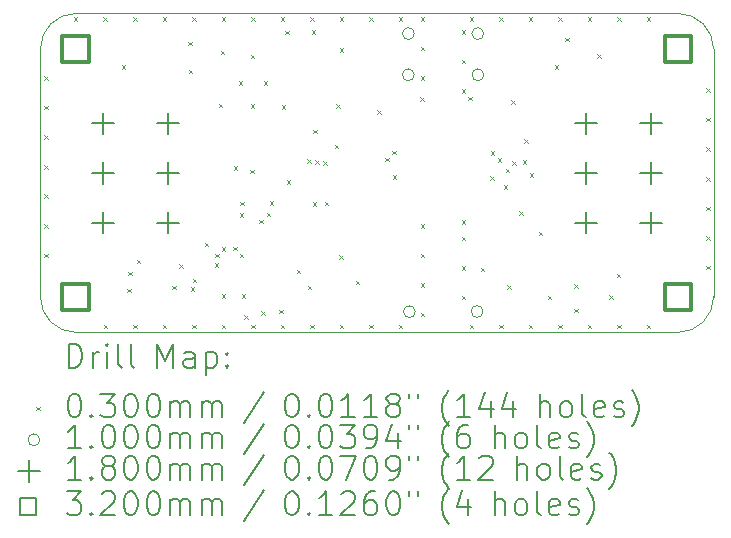
<source format=gbr>
%TF.GenerationSoftware,KiCad,Pcbnew,(7.0.0)*%
%TF.CreationDate,2023-03-31T05:55:29+01:00*%
%TF.ProjectId,CANRepIso,43414e52-6570-4497-936f-2e6b69636164,rev?*%
%TF.SameCoordinates,Original*%
%TF.FileFunction,Drillmap*%
%TF.FilePolarity,Positive*%
%FSLAX45Y45*%
G04 Gerber Fmt 4.5, Leading zero omitted, Abs format (unit mm)*
G04 Created by KiCad (PCBNEW (7.0.0)) date 2023-03-31 05:55:29*
%MOMM*%
%LPD*%
G01*
G04 APERTURE LIST*
%ADD10C,0.100000*%
%ADD11C,0.200000*%
%ADD12C,0.030000*%
%ADD13C,0.180000*%
%ADD14C,0.320000*%
G04 APERTURE END LIST*
D10*
X11500000Y-8300000D02*
X16600000Y-8300000D01*
X11500000Y-11000000D02*
X16600000Y-11000000D01*
X11200000Y-8600000D02*
X11200000Y-10700000D01*
X16900000Y-10700000D02*
X16900000Y-8600000D01*
X11200000Y-10700000D02*
G75*
G03*
X11500000Y-11000000I300000J0D01*
G01*
X11500000Y-8300000D02*
G75*
G03*
X11200000Y-8600000I0J-300000D01*
G01*
X16900000Y-8600000D02*
G75*
G03*
X16600000Y-8300000I-300000J0D01*
G01*
X16600000Y-11000000D02*
G75*
G03*
X16900000Y-10700000I0J300000D01*
G01*
D11*
D12*
X11233646Y-8832743D02*
X11263646Y-8862743D01*
X11263646Y-8832743D02*
X11233646Y-8862743D01*
X11233646Y-9082743D02*
X11263646Y-9112743D01*
X11263646Y-9082743D02*
X11233646Y-9112743D01*
X11233646Y-9332743D02*
X11263646Y-9362743D01*
X11263646Y-9332743D02*
X11233646Y-9362743D01*
X11233646Y-9582743D02*
X11263646Y-9612743D01*
X11263646Y-9582743D02*
X11233646Y-9612743D01*
X11233646Y-9832743D02*
X11263646Y-9862743D01*
X11263646Y-9832743D02*
X11233646Y-9862743D01*
X11233646Y-10082743D02*
X11263646Y-10112743D01*
X11263646Y-10082743D02*
X11233646Y-10112743D01*
X11233646Y-10332743D02*
X11263646Y-10362743D01*
X11263646Y-10332743D02*
X11233646Y-10362743D01*
X11484398Y-8333243D02*
X11514398Y-8363243D01*
X11514398Y-8333243D02*
X11484398Y-8363243D01*
X11734398Y-8333243D02*
X11764398Y-8363243D01*
X11764398Y-8333243D02*
X11734398Y-8363243D01*
X11735267Y-10937140D02*
X11765267Y-10967140D01*
X11765267Y-10937140D02*
X11735267Y-10967140D01*
X11890300Y-8740100D02*
X11920300Y-8770100D01*
X11920300Y-8740100D02*
X11890300Y-8770100D01*
X11935680Y-10630320D02*
X11965680Y-10660320D01*
X11965680Y-10630320D02*
X11935680Y-10660320D01*
X11945000Y-10485000D02*
X11975000Y-10515000D01*
X11975000Y-10485000D02*
X11945000Y-10515000D01*
X11984398Y-8333243D02*
X12014398Y-8363243D01*
X12014398Y-8333243D02*
X11984398Y-8363243D01*
X11985267Y-10937140D02*
X12015267Y-10967140D01*
X12015267Y-10937140D02*
X11985267Y-10967140D01*
X12015000Y-10385000D02*
X12045000Y-10415000D01*
X12045000Y-10385000D02*
X12015000Y-10415000D01*
X12234398Y-8333243D02*
X12264398Y-8363243D01*
X12264398Y-8333243D02*
X12234398Y-8363243D01*
X12235267Y-10937140D02*
X12265267Y-10967140D01*
X12265267Y-10937140D02*
X12235267Y-10967140D01*
X12314500Y-10606800D02*
X12344500Y-10636800D01*
X12344500Y-10606800D02*
X12314500Y-10636800D01*
X12375000Y-10422000D02*
X12405000Y-10452000D01*
X12405000Y-10422000D02*
X12375000Y-10452000D01*
X12454000Y-8539000D02*
X12484000Y-8569000D01*
X12484000Y-8539000D02*
X12454000Y-8569000D01*
X12455000Y-8775000D02*
X12485000Y-8805000D01*
X12485000Y-8775000D02*
X12455000Y-8805000D01*
X12473400Y-10619500D02*
X12503400Y-10649500D01*
X12503400Y-10619500D02*
X12473400Y-10649500D01*
X12484398Y-8333243D02*
X12514398Y-8363243D01*
X12514398Y-8333243D02*
X12484398Y-8363243D01*
X12485267Y-10937140D02*
X12515267Y-10967140D01*
X12515267Y-10937140D02*
X12485267Y-10967140D01*
X12492000Y-10545000D02*
X12522000Y-10575000D01*
X12522000Y-10545000D02*
X12492000Y-10575000D01*
X12593250Y-10243000D02*
X12623250Y-10273000D01*
X12623250Y-10243000D02*
X12593250Y-10273000D01*
X12675000Y-10415000D02*
X12705000Y-10445000D01*
X12705000Y-10415000D02*
X12675000Y-10445000D01*
X12681000Y-10336000D02*
X12711000Y-10366000D01*
X12711000Y-10336000D02*
X12681000Y-10366000D01*
X12711400Y-9063000D02*
X12741400Y-9093000D01*
X12741400Y-9063000D02*
X12711400Y-9093000D01*
X12726000Y-8614000D02*
X12756000Y-8644000D01*
X12756000Y-8614000D02*
X12726000Y-8644000D01*
X12734398Y-8333243D02*
X12764398Y-8363243D01*
X12764398Y-8333243D02*
X12734398Y-8363243D01*
X12735267Y-10937140D02*
X12765267Y-10967140D01*
X12765267Y-10937140D02*
X12735267Y-10967140D01*
X12736000Y-10280000D02*
X12766000Y-10310000D01*
X12766000Y-10280000D02*
X12736000Y-10310000D01*
X12736000Y-10677500D02*
X12766000Y-10707500D01*
X12766000Y-10677500D02*
X12736000Y-10707500D01*
X12831000Y-10277000D02*
X12861000Y-10307000D01*
X12861000Y-10277000D02*
X12831000Y-10307000D01*
X12837000Y-9592000D02*
X12867000Y-9622000D01*
X12867000Y-9592000D02*
X12837000Y-9622000D01*
X12878000Y-8875000D02*
X12908000Y-8905000D01*
X12908000Y-8875000D02*
X12878000Y-8905000D01*
X12889000Y-9990000D02*
X12919000Y-10020000D01*
X12919000Y-9990000D02*
X12889000Y-10020000D01*
X12890000Y-10334000D02*
X12920000Y-10364000D01*
X12920000Y-10334000D02*
X12890000Y-10364000D01*
X12891500Y-9894000D02*
X12921500Y-9924000D01*
X12921500Y-9894000D02*
X12891500Y-9924000D01*
X12906000Y-10675000D02*
X12936000Y-10705000D01*
X12936000Y-10675000D02*
X12906000Y-10705000D01*
X12925000Y-10855000D02*
X12955000Y-10885000D01*
X12955000Y-10855000D02*
X12925000Y-10885000D01*
X12975000Y-9625000D02*
X13005000Y-9655000D01*
X13005000Y-9625000D02*
X12975000Y-9655000D01*
X12983000Y-8649000D02*
X13013000Y-8679000D01*
X13013000Y-8649000D02*
X12983000Y-8679000D01*
X12983000Y-9069500D02*
X13013000Y-9099500D01*
X13013000Y-9069500D02*
X12983000Y-9099500D01*
X12984398Y-8333243D02*
X13014398Y-8363243D01*
X13014398Y-8333243D02*
X12984398Y-8363243D01*
X12985267Y-10937140D02*
X13015267Y-10967140D01*
X13015267Y-10937140D02*
X12985267Y-10967140D01*
X13052500Y-10046000D02*
X13082500Y-10076000D01*
X13082500Y-10046000D02*
X13052500Y-10076000D01*
X13072000Y-10822000D02*
X13102000Y-10852000D01*
X13102000Y-10822000D02*
X13072000Y-10852000D01*
X13092000Y-8873000D02*
X13122000Y-8903000D01*
X13122000Y-8873000D02*
X13092000Y-8903000D01*
X13115500Y-9989000D02*
X13145500Y-10019000D01*
X13145500Y-9989000D02*
X13115500Y-10019000D01*
X13143400Y-9891200D02*
X13173400Y-9921200D01*
X13173400Y-9891200D02*
X13143400Y-9921200D01*
X13223600Y-10807800D02*
X13253600Y-10837800D01*
X13253600Y-10807800D02*
X13223600Y-10837800D01*
X13234398Y-8333243D02*
X13264398Y-8363243D01*
X13264398Y-8333243D02*
X13234398Y-8363243D01*
X13235267Y-10937140D02*
X13265267Y-10967140D01*
X13265267Y-10937140D02*
X13235267Y-10967140D01*
X13242000Y-9075500D02*
X13272000Y-9105500D01*
X13272000Y-9075500D02*
X13242000Y-9105500D01*
X13275000Y-8445000D02*
X13305000Y-8475000D01*
X13305000Y-8445000D02*
X13275000Y-8475000D01*
X13286700Y-9710700D02*
X13316700Y-9740700D01*
X13316700Y-9710700D02*
X13286700Y-9740700D01*
X13370000Y-10471000D02*
X13400000Y-10501000D01*
X13400000Y-10471000D02*
X13370000Y-10501000D01*
X13459000Y-9536000D02*
X13489000Y-9566000D01*
X13489000Y-9536000D02*
X13459000Y-9566000D01*
X13465000Y-10606000D02*
X13495000Y-10636000D01*
X13495000Y-10606000D02*
X13465000Y-10636000D01*
X13484398Y-8333243D02*
X13514398Y-8363243D01*
X13514398Y-8333243D02*
X13484398Y-8363243D01*
X13485267Y-10937140D02*
X13515267Y-10967140D01*
X13515267Y-10937140D02*
X13485267Y-10967140D01*
X13496000Y-8440000D02*
X13526000Y-8470000D01*
X13526000Y-8440000D02*
X13496000Y-8470000D01*
X13508000Y-9900000D02*
X13538000Y-9930000D01*
X13538000Y-9900000D02*
X13508000Y-9930000D01*
X13510000Y-9284000D02*
X13540000Y-9314000D01*
X13540000Y-9284000D02*
X13510000Y-9314000D01*
X13529000Y-9541000D02*
X13559000Y-9571000D01*
X13559000Y-9541000D02*
X13529000Y-9571000D01*
X13596000Y-9553000D02*
X13626000Y-9583000D01*
X13626000Y-9553000D02*
X13596000Y-9583000D01*
X13606000Y-9895000D02*
X13636000Y-9925000D01*
X13636000Y-9895000D02*
X13606000Y-9925000D01*
X13694000Y-9413000D02*
X13724000Y-9443000D01*
X13724000Y-9413000D02*
X13694000Y-9443000D01*
X13707000Y-9067000D02*
X13737000Y-9097000D01*
X13737000Y-9067000D02*
X13707000Y-9097000D01*
X13728300Y-10346600D02*
X13758300Y-10376600D01*
X13758300Y-10346600D02*
X13728300Y-10376600D01*
X13734398Y-8333243D02*
X13764398Y-8363243D01*
X13764398Y-8333243D02*
X13734398Y-8363243D01*
X13735000Y-8595000D02*
X13765000Y-8625000D01*
X13765000Y-8595000D02*
X13735000Y-8625000D01*
X13735267Y-10937140D02*
X13765267Y-10967140D01*
X13765267Y-10937140D02*
X13735267Y-10967140D01*
X13870000Y-10564000D02*
X13900000Y-10594000D01*
X13900000Y-10564000D02*
X13870000Y-10594000D01*
X13984398Y-8333243D02*
X14014398Y-8363243D01*
X14014398Y-8333243D02*
X13984398Y-8363243D01*
X13985267Y-10937140D02*
X14015267Y-10967140D01*
X14015267Y-10937140D02*
X13985267Y-10967140D01*
X14053000Y-9120000D02*
X14083000Y-9150000D01*
X14083000Y-9120000D02*
X14053000Y-9150000D01*
X14122000Y-9521000D02*
X14152000Y-9551000D01*
X14152000Y-9521000D02*
X14122000Y-9551000D01*
X14179000Y-9462000D02*
X14209000Y-9492000D01*
X14209000Y-9462000D02*
X14179000Y-9492000D01*
X14182200Y-9670300D02*
X14212200Y-9700300D01*
X14212200Y-9670300D02*
X14182200Y-9700300D01*
X14234398Y-8333243D02*
X14264398Y-8363243D01*
X14264398Y-8333243D02*
X14234398Y-8363243D01*
X14235267Y-10937140D02*
X14265267Y-10967140D01*
X14265267Y-10937140D02*
X14235267Y-10967140D01*
X14416945Y-9009374D02*
X14446945Y-9039374D01*
X14446945Y-9009374D02*
X14416945Y-9039374D01*
X14418787Y-8333386D02*
X14448787Y-8363386D01*
X14448787Y-8333386D02*
X14418787Y-8363386D01*
X14418787Y-8583386D02*
X14448787Y-8613386D01*
X14448787Y-8583386D02*
X14418787Y-8613386D01*
X14418787Y-8833386D02*
X14448787Y-8863386D01*
X14448787Y-8833386D02*
X14418787Y-8863386D01*
X14418787Y-10083386D02*
X14448787Y-10113386D01*
X14448787Y-10083386D02*
X14418787Y-10113386D01*
X14418787Y-10333386D02*
X14448787Y-10363386D01*
X14448787Y-10333386D02*
X14418787Y-10363386D01*
X14418787Y-10583386D02*
X14448787Y-10613386D01*
X14448787Y-10583386D02*
X14418787Y-10613386D01*
X14418787Y-10833386D02*
X14448787Y-10863386D01*
X14448787Y-10833386D02*
X14418787Y-10863386D01*
X14767446Y-8440292D02*
X14797446Y-8470292D01*
X14797446Y-8440292D02*
X14767446Y-8470292D01*
X14767446Y-8690292D02*
X14797446Y-8720292D01*
X14797446Y-8690292D02*
X14767446Y-8720292D01*
X14767446Y-8940292D02*
X14797446Y-8970292D01*
X14797446Y-8940292D02*
X14767446Y-8970292D01*
X14767446Y-10190292D02*
X14797446Y-10220292D01*
X14797446Y-10190292D02*
X14767446Y-10220292D01*
X14767446Y-10440292D02*
X14797446Y-10470292D01*
X14797446Y-10440292D02*
X14767446Y-10470292D01*
X14767446Y-10690292D02*
X14797446Y-10720292D01*
X14797446Y-10690292D02*
X14767446Y-10720292D01*
X14767748Y-10049644D02*
X14797748Y-10079644D01*
X14797748Y-10049644D02*
X14767748Y-10079644D01*
X14825000Y-9005000D02*
X14855000Y-9035000D01*
X14855000Y-9005000D02*
X14825000Y-9035000D01*
X14834954Y-10936658D02*
X14864954Y-10966658D01*
X14864954Y-10936658D02*
X14834954Y-10966658D01*
X14835301Y-8333194D02*
X14865301Y-8363194D01*
X14865301Y-8333194D02*
X14835301Y-8363194D01*
X14929000Y-10452000D02*
X14959000Y-10482000D01*
X14959000Y-10452000D02*
X14929000Y-10482000D01*
X15008100Y-9677300D02*
X15038100Y-9707300D01*
X15038100Y-9677300D02*
X15008100Y-9707300D01*
X15012000Y-9465000D02*
X15042000Y-9495000D01*
X15042000Y-9465000D02*
X15012000Y-9495000D01*
X15074000Y-9526000D02*
X15104000Y-9556000D01*
X15104000Y-9526000D02*
X15074000Y-9556000D01*
X15084954Y-10936658D02*
X15114954Y-10966658D01*
X15114954Y-10936658D02*
X15084954Y-10966658D01*
X15085301Y-8333194D02*
X15115301Y-8363194D01*
X15115301Y-8333194D02*
X15085301Y-8363194D01*
X15125000Y-9755000D02*
X15155000Y-9785000D01*
X15155000Y-9755000D02*
X15125000Y-9785000D01*
X15139000Y-9614000D02*
X15169000Y-9644000D01*
X15169000Y-9614000D02*
X15139000Y-9644000D01*
X15152000Y-10599000D02*
X15182000Y-10629000D01*
X15182000Y-10599000D02*
X15152000Y-10629000D01*
X15186500Y-9035000D02*
X15216500Y-9065000D01*
X15216500Y-9035000D02*
X15186500Y-9065000D01*
X15196000Y-9552000D02*
X15226000Y-9582000D01*
X15226000Y-9552000D02*
X15196000Y-9582000D01*
X15255000Y-9975000D02*
X15285000Y-10005000D01*
X15285000Y-9975000D02*
X15255000Y-10005000D01*
X15285000Y-9545000D02*
X15315000Y-9575000D01*
X15315000Y-9545000D02*
X15285000Y-9575000D01*
X15295000Y-9365000D02*
X15325000Y-9395000D01*
X15325000Y-9365000D02*
X15295000Y-9395000D01*
X15334954Y-10936658D02*
X15364954Y-10966658D01*
X15364954Y-10936658D02*
X15334954Y-10966658D01*
X15335301Y-8333194D02*
X15365301Y-8363194D01*
X15365301Y-8333194D02*
X15335301Y-8363194D01*
X15345000Y-9655000D02*
X15375000Y-9685000D01*
X15375000Y-9655000D02*
X15345000Y-9685000D01*
X15418700Y-10149900D02*
X15448700Y-10179900D01*
X15448700Y-10149900D02*
X15418700Y-10179900D01*
X15494000Y-10689000D02*
X15524000Y-10719000D01*
X15524000Y-10689000D02*
X15494000Y-10719000D01*
X15554100Y-8737700D02*
X15584100Y-8767700D01*
X15584100Y-8737700D02*
X15554100Y-8767700D01*
X15584954Y-10936658D02*
X15614954Y-10966658D01*
X15614954Y-10936658D02*
X15584954Y-10966658D01*
X15585301Y-8333194D02*
X15615301Y-8363194D01*
X15615301Y-8333194D02*
X15585301Y-8363194D01*
X15645000Y-8505000D02*
X15675000Y-8535000D01*
X15675000Y-8505000D02*
X15645000Y-8535000D01*
X15720400Y-10801300D02*
X15750400Y-10831300D01*
X15750400Y-10801300D02*
X15720400Y-10831300D01*
X15720900Y-10590800D02*
X15750900Y-10620800D01*
X15750900Y-10590800D02*
X15720900Y-10620800D01*
X15834954Y-10936658D02*
X15864954Y-10966658D01*
X15864954Y-10936658D02*
X15834954Y-10966658D01*
X15835301Y-8333194D02*
X15865301Y-8363194D01*
X15865301Y-8333194D02*
X15835301Y-8363194D01*
X15915000Y-8645000D02*
X15945000Y-8675000D01*
X15945000Y-8645000D02*
X15915000Y-8675000D01*
X16017000Y-10685900D02*
X16047000Y-10715900D01*
X16047000Y-10685900D02*
X16017000Y-10715900D01*
X16081200Y-10502700D02*
X16111200Y-10532700D01*
X16111200Y-10502700D02*
X16081200Y-10532700D01*
X16084954Y-10936658D02*
X16114954Y-10966658D01*
X16114954Y-10936658D02*
X16084954Y-10966658D01*
X16085301Y-8333194D02*
X16115301Y-8363194D01*
X16115301Y-8333194D02*
X16085301Y-8363194D01*
X16334954Y-10936658D02*
X16364954Y-10966658D01*
X16364954Y-10936658D02*
X16334954Y-10966658D01*
X16335301Y-8333194D02*
X16365301Y-8363194D01*
X16365301Y-8333194D02*
X16335301Y-8363194D01*
X16836456Y-8934549D02*
X16866456Y-8964549D01*
X16866456Y-8934549D02*
X16836456Y-8964549D01*
X16836456Y-9184549D02*
X16866456Y-9214549D01*
X16866456Y-9184549D02*
X16836456Y-9214549D01*
X16836456Y-9434549D02*
X16866456Y-9464549D01*
X16866456Y-9434549D02*
X16836456Y-9464549D01*
X16836456Y-9684549D02*
X16866456Y-9714549D01*
X16866456Y-9684549D02*
X16836456Y-9714549D01*
X16836456Y-9934549D02*
X16866456Y-9964549D01*
X16866456Y-9934549D02*
X16836456Y-9964549D01*
X16836456Y-10184549D02*
X16866456Y-10214549D01*
X16866456Y-10184549D02*
X16836456Y-10214549D01*
X16836456Y-10434549D02*
X16866456Y-10464549D01*
X16866456Y-10434549D02*
X16836456Y-10464549D01*
D10*
X14365800Y-8819400D02*
G75*
G03*
X14365800Y-8819400I-50000J0D01*
G01*
X14366000Y-8470000D02*
G75*
G03*
X14366000Y-8470000I-50000J0D01*
G01*
X14374400Y-10825500D02*
G75*
G03*
X14374400Y-10825500I-50000J0D01*
G01*
X14947900Y-10822800D02*
G75*
G03*
X14947900Y-10822800I-50000J0D01*
G01*
X14954000Y-8471000D02*
G75*
G03*
X14954000Y-8471000I-50000J0D01*
G01*
X14954100Y-8819200D02*
G75*
G03*
X14954100Y-8819200I-50000J0D01*
G01*
D13*
X11730000Y-9140000D02*
X11730000Y-9320000D01*
X11640000Y-9230000D02*
X11820000Y-9230000D01*
X11730000Y-9560000D02*
X11730000Y-9740000D01*
X11640000Y-9650000D02*
X11820000Y-9650000D01*
X11730000Y-9980000D02*
X11730000Y-10160000D01*
X11640000Y-10070000D02*
X11820000Y-10070000D01*
X12280000Y-9140000D02*
X12280000Y-9320000D01*
X12190000Y-9230000D02*
X12370000Y-9230000D01*
X12280000Y-9560000D02*
X12280000Y-9740000D01*
X12190000Y-9650000D02*
X12370000Y-9650000D01*
X12280000Y-9980000D02*
X12280000Y-10160000D01*
X12190000Y-10070000D02*
X12370000Y-10070000D01*
X15820000Y-9140000D02*
X15820000Y-9320000D01*
X15730000Y-9230000D02*
X15910000Y-9230000D01*
X15820000Y-9560000D02*
X15820000Y-9740000D01*
X15730000Y-9650000D02*
X15910000Y-9650000D01*
X15820000Y-9980000D02*
X15820000Y-10160000D01*
X15730000Y-10070000D02*
X15910000Y-10070000D01*
X16370000Y-9140000D02*
X16370000Y-9320000D01*
X16280000Y-9230000D02*
X16460000Y-9230000D01*
X16370000Y-9560000D02*
X16370000Y-9740000D01*
X16280000Y-9650000D02*
X16460000Y-9650000D01*
X16370000Y-9980000D02*
X16370000Y-10160000D01*
X16280000Y-10070000D02*
X16460000Y-10070000D01*
D14*
X11613138Y-8713138D02*
X11613138Y-8486862D01*
X11386862Y-8486862D01*
X11386862Y-8713138D01*
X11613138Y-8713138D01*
X11613138Y-10813138D02*
X11613138Y-10586862D01*
X11386862Y-10586862D01*
X11386862Y-10813138D01*
X11613138Y-10813138D01*
X16713138Y-8713138D02*
X16713138Y-8486862D01*
X16486862Y-8486862D01*
X16486862Y-8713138D01*
X16713138Y-8713138D01*
X16713138Y-10813138D02*
X16713138Y-10586862D01*
X16486862Y-10586862D01*
X16486862Y-10813138D01*
X16713138Y-10813138D01*
D11*
X11442619Y-11298476D02*
X11442619Y-11098476D01*
X11442619Y-11098476D02*
X11490238Y-11098476D01*
X11490238Y-11098476D02*
X11518809Y-11108000D01*
X11518809Y-11108000D02*
X11537857Y-11127048D01*
X11537857Y-11127048D02*
X11547381Y-11146095D01*
X11547381Y-11146095D02*
X11556905Y-11184190D01*
X11556905Y-11184190D02*
X11556905Y-11212762D01*
X11556905Y-11212762D02*
X11547381Y-11250857D01*
X11547381Y-11250857D02*
X11537857Y-11269905D01*
X11537857Y-11269905D02*
X11518809Y-11288952D01*
X11518809Y-11288952D02*
X11490238Y-11298476D01*
X11490238Y-11298476D02*
X11442619Y-11298476D01*
X11642619Y-11298476D02*
X11642619Y-11165143D01*
X11642619Y-11203238D02*
X11652143Y-11184190D01*
X11652143Y-11184190D02*
X11661667Y-11174667D01*
X11661667Y-11174667D02*
X11680714Y-11165143D01*
X11680714Y-11165143D02*
X11699762Y-11165143D01*
X11766428Y-11298476D02*
X11766428Y-11165143D01*
X11766428Y-11098476D02*
X11756905Y-11108000D01*
X11756905Y-11108000D02*
X11766428Y-11117524D01*
X11766428Y-11117524D02*
X11775952Y-11108000D01*
X11775952Y-11108000D02*
X11766428Y-11098476D01*
X11766428Y-11098476D02*
X11766428Y-11117524D01*
X11890238Y-11298476D02*
X11871190Y-11288952D01*
X11871190Y-11288952D02*
X11861667Y-11269905D01*
X11861667Y-11269905D02*
X11861667Y-11098476D01*
X11995000Y-11298476D02*
X11975952Y-11288952D01*
X11975952Y-11288952D02*
X11966428Y-11269905D01*
X11966428Y-11269905D02*
X11966428Y-11098476D01*
X12191190Y-11298476D02*
X12191190Y-11098476D01*
X12191190Y-11098476D02*
X12257857Y-11241333D01*
X12257857Y-11241333D02*
X12324524Y-11098476D01*
X12324524Y-11098476D02*
X12324524Y-11298476D01*
X12505476Y-11298476D02*
X12505476Y-11193714D01*
X12505476Y-11193714D02*
X12495952Y-11174667D01*
X12495952Y-11174667D02*
X12476905Y-11165143D01*
X12476905Y-11165143D02*
X12438809Y-11165143D01*
X12438809Y-11165143D02*
X12419762Y-11174667D01*
X12505476Y-11288952D02*
X12486428Y-11298476D01*
X12486428Y-11298476D02*
X12438809Y-11298476D01*
X12438809Y-11298476D02*
X12419762Y-11288952D01*
X12419762Y-11288952D02*
X12410238Y-11269905D01*
X12410238Y-11269905D02*
X12410238Y-11250857D01*
X12410238Y-11250857D02*
X12419762Y-11231809D01*
X12419762Y-11231809D02*
X12438809Y-11222286D01*
X12438809Y-11222286D02*
X12486428Y-11222286D01*
X12486428Y-11222286D02*
X12505476Y-11212762D01*
X12600714Y-11165143D02*
X12600714Y-11365143D01*
X12600714Y-11174667D02*
X12619762Y-11165143D01*
X12619762Y-11165143D02*
X12657857Y-11165143D01*
X12657857Y-11165143D02*
X12676905Y-11174667D01*
X12676905Y-11174667D02*
X12686428Y-11184190D01*
X12686428Y-11184190D02*
X12695952Y-11203238D01*
X12695952Y-11203238D02*
X12695952Y-11260381D01*
X12695952Y-11260381D02*
X12686428Y-11279428D01*
X12686428Y-11279428D02*
X12676905Y-11288952D01*
X12676905Y-11288952D02*
X12657857Y-11298476D01*
X12657857Y-11298476D02*
X12619762Y-11298476D01*
X12619762Y-11298476D02*
X12600714Y-11288952D01*
X12781667Y-11279428D02*
X12791190Y-11288952D01*
X12791190Y-11288952D02*
X12781667Y-11298476D01*
X12781667Y-11298476D02*
X12772143Y-11288952D01*
X12772143Y-11288952D02*
X12781667Y-11279428D01*
X12781667Y-11279428D02*
X12781667Y-11298476D01*
X12781667Y-11174667D02*
X12791190Y-11184190D01*
X12791190Y-11184190D02*
X12781667Y-11193714D01*
X12781667Y-11193714D02*
X12772143Y-11184190D01*
X12772143Y-11184190D02*
X12781667Y-11174667D01*
X12781667Y-11174667D02*
X12781667Y-11193714D01*
D12*
X11165000Y-11630000D02*
X11195000Y-11660000D01*
X11195000Y-11630000D02*
X11165000Y-11660000D01*
D11*
X11480714Y-11518476D02*
X11499762Y-11518476D01*
X11499762Y-11518476D02*
X11518809Y-11528000D01*
X11518809Y-11528000D02*
X11528333Y-11537524D01*
X11528333Y-11537524D02*
X11537857Y-11556571D01*
X11537857Y-11556571D02*
X11547381Y-11594667D01*
X11547381Y-11594667D02*
X11547381Y-11642286D01*
X11547381Y-11642286D02*
X11537857Y-11680381D01*
X11537857Y-11680381D02*
X11528333Y-11699428D01*
X11528333Y-11699428D02*
X11518809Y-11708952D01*
X11518809Y-11708952D02*
X11499762Y-11718476D01*
X11499762Y-11718476D02*
X11480714Y-11718476D01*
X11480714Y-11718476D02*
X11461667Y-11708952D01*
X11461667Y-11708952D02*
X11452143Y-11699428D01*
X11452143Y-11699428D02*
X11442619Y-11680381D01*
X11442619Y-11680381D02*
X11433095Y-11642286D01*
X11433095Y-11642286D02*
X11433095Y-11594667D01*
X11433095Y-11594667D02*
X11442619Y-11556571D01*
X11442619Y-11556571D02*
X11452143Y-11537524D01*
X11452143Y-11537524D02*
X11461667Y-11528000D01*
X11461667Y-11528000D02*
X11480714Y-11518476D01*
X11633095Y-11699428D02*
X11642619Y-11708952D01*
X11642619Y-11708952D02*
X11633095Y-11718476D01*
X11633095Y-11718476D02*
X11623571Y-11708952D01*
X11623571Y-11708952D02*
X11633095Y-11699428D01*
X11633095Y-11699428D02*
X11633095Y-11718476D01*
X11709286Y-11518476D02*
X11833095Y-11518476D01*
X11833095Y-11518476D02*
X11766428Y-11594667D01*
X11766428Y-11594667D02*
X11795000Y-11594667D01*
X11795000Y-11594667D02*
X11814048Y-11604190D01*
X11814048Y-11604190D02*
X11823571Y-11613714D01*
X11823571Y-11613714D02*
X11833095Y-11632762D01*
X11833095Y-11632762D02*
X11833095Y-11680381D01*
X11833095Y-11680381D02*
X11823571Y-11699428D01*
X11823571Y-11699428D02*
X11814048Y-11708952D01*
X11814048Y-11708952D02*
X11795000Y-11718476D01*
X11795000Y-11718476D02*
X11737857Y-11718476D01*
X11737857Y-11718476D02*
X11718809Y-11708952D01*
X11718809Y-11708952D02*
X11709286Y-11699428D01*
X11956905Y-11518476D02*
X11975952Y-11518476D01*
X11975952Y-11518476D02*
X11995000Y-11528000D01*
X11995000Y-11528000D02*
X12004524Y-11537524D01*
X12004524Y-11537524D02*
X12014048Y-11556571D01*
X12014048Y-11556571D02*
X12023571Y-11594667D01*
X12023571Y-11594667D02*
X12023571Y-11642286D01*
X12023571Y-11642286D02*
X12014048Y-11680381D01*
X12014048Y-11680381D02*
X12004524Y-11699428D01*
X12004524Y-11699428D02*
X11995000Y-11708952D01*
X11995000Y-11708952D02*
X11975952Y-11718476D01*
X11975952Y-11718476D02*
X11956905Y-11718476D01*
X11956905Y-11718476D02*
X11937857Y-11708952D01*
X11937857Y-11708952D02*
X11928333Y-11699428D01*
X11928333Y-11699428D02*
X11918809Y-11680381D01*
X11918809Y-11680381D02*
X11909286Y-11642286D01*
X11909286Y-11642286D02*
X11909286Y-11594667D01*
X11909286Y-11594667D02*
X11918809Y-11556571D01*
X11918809Y-11556571D02*
X11928333Y-11537524D01*
X11928333Y-11537524D02*
X11937857Y-11528000D01*
X11937857Y-11528000D02*
X11956905Y-11518476D01*
X12147381Y-11518476D02*
X12166429Y-11518476D01*
X12166429Y-11518476D02*
X12185476Y-11528000D01*
X12185476Y-11528000D02*
X12195000Y-11537524D01*
X12195000Y-11537524D02*
X12204524Y-11556571D01*
X12204524Y-11556571D02*
X12214048Y-11594667D01*
X12214048Y-11594667D02*
X12214048Y-11642286D01*
X12214048Y-11642286D02*
X12204524Y-11680381D01*
X12204524Y-11680381D02*
X12195000Y-11699428D01*
X12195000Y-11699428D02*
X12185476Y-11708952D01*
X12185476Y-11708952D02*
X12166429Y-11718476D01*
X12166429Y-11718476D02*
X12147381Y-11718476D01*
X12147381Y-11718476D02*
X12128333Y-11708952D01*
X12128333Y-11708952D02*
X12118809Y-11699428D01*
X12118809Y-11699428D02*
X12109286Y-11680381D01*
X12109286Y-11680381D02*
X12099762Y-11642286D01*
X12099762Y-11642286D02*
X12099762Y-11594667D01*
X12099762Y-11594667D02*
X12109286Y-11556571D01*
X12109286Y-11556571D02*
X12118809Y-11537524D01*
X12118809Y-11537524D02*
X12128333Y-11528000D01*
X12128333Y-11528000D02*
X12147381Y-11518476D01*
X12299762Y-11718476D02*
X12299762Y-11585143D01*
X12299762Y-11604190D02*
X12309286Y-11594667D01*
X12309286Y-11594667D02*
X12328333Y-11585143D01*
X12328333Y-11585143D02*
X12356905Y-11585143D01*
X12356905Y-11585143D02*
X12375952Y-11594667D01*
X12375952Y-11594667D02*
X12385476Y-11613714D01*
X12385476Y-11613714D02*
X12385476Y-11718476D01*
X12385476Y-11613714D02*
X12395000Y-11594667D01*
X12395000Y-11594667D02*
X12414048Y-11585143D01*
X12414048Y-11585143D02*
X12442619Y-11585143D01*
X12442619Y-11585143D02*
X12461667Y-11594667D01*
X12461667Y-11594667D02*
X12471190Y-11613714D01*
X12471190Y-11613714D02*
X12471190Y-11718476D01*
X12566429Y-11718476D02*
X12566429Y-11585143D01*
X12566429Y-11604190D02*
X12575952Y-11594667D01*
X12575952Y-11594667D02*
X12595000Y-11585143D01*
X12595000Y-11585143D02*
X12623571Y-11585143D01*
X12623571Y-11585143D02*
X12642619Y-11594667D01*
X12642619Y-11594667D02*
X12652143Y-11613714D01*
X12652143Y-11613714D02*
X12652143Y-11718476D01*
X12652143Y-11613714D02*
X12661667Y-11594667D01*
X12661667Y-11594667D02*
X12680714Y-11585143D01*
X12680714Y-11585143D02*
X12709286Y-11585143D01*
X12709286Y-11585143D02*
X12728333Y-11594667D01*
X12728333Y-11594667D02*
X12737857Y-11613714D01*
X12737857Y-11613714D02*
X12737857Y-11718476D01*
X13095952Y-11508952D02*
X12924524Y-11766095D01*
X13320714Y-11518476D02*
X13339762Y-11518476D01*
X13339762Y-11518476D02*
X13358810Y-11528000D01*
X13358810Y-11528000D02*
X13368333Y-11537524D01*
X13368333Y-11537524D02*
X13377857Y-11556571D01*
X13377857Y-11556571D02*
X13387381Y-11594667D01*
X13387381Y-11594667D02*
X13387381Y-11642286D01*
X13387381Y-11642286D02*
X13377857Y-11680381D01*
X13377857Y-11680381D02*
X13368333Y-11699428D01*
X13368333Y-11699428D02*
X13358810Y-11708952D01*
X13358810Y-11708952D02*
X13339762Y-11718476D01*
X13339762Y-11718476D02*
X13320714Y-11718476D01*
X13320714Y-11718476D02*
X13301667Y-11708952D01*
X13301667Y-11708952D02*
X13292143Y-11699428D01*
X13292143Y-11699428D02*
X13282619Y-11680381D01*
X13282619Y-11680381D02*
X13273095Y-11642286D01*
X13273095Y-11642286D02*
X13273095Y-11594667D01*
X13273095Y-11594667D02*
X13282619Y-11556571D01*
X13282619Y-11556571D02*
X13292143Y-11537524D01*
X13292143Y-11537524D02*
X13301667Y-11528000D01*
X13301667Y-11528000D02*
X13320714Y-11518476D01*
X13473095Y-11699428D02*
X13482619Y-11708952D01*
X13482619Y-11708952D02*
X13473095Y-11718476D01*
X13473095Y-11718476D02*
X13463571Y-11708952D01*
X13463571Y-11708952D02*
X13473095Y-11699428D01*
X13473095Y-11699428D02*
X13473095Y-11718476D01*
X13606429Y-11518476D02*
X13625476Y-11518476D01*
X13625476Y-11518476D02*
X13644524Y-11528000D01*
X13644524Y-11528000D02*
X13654048Y-11537524D01*
X13654048Y-11537524D02*
X13663571Y-11556571D01*
X13663571Y-11556571D02*
X13673095Y-11594667D01*
X13673095Y-11594667D02*
X13673095Y-11642286D01*
X13673095Y-11642286D02*
X13663571Y-11680381D01*
X13663571Y-11680381D02*
X13654048Y-11699428D01*
X13654048Y-11699428D02*
X13644524Y-11708952D01*
X13644524Y-11708952D02*
X13625476Y-11718476D01*
X13625476Y-11718476D02*
X13606429Y-11718476D01*
X13606429Y-11718476D02*
X13587381Y-11708952D01*
X13587381Y-11708952D02*
X13577857Y-11699428D01*
X13577857Y-11699428D02*
X13568333Y-11680381D01*
X13568333Y-11680381D02*
X13558810Y-11642286D01*
X13558810Y-11642286D02*
X13558810Y-11594667D01*
X13558810Y-11594667D02*
X13568333Y-11556571D01*
X13568333Y-11556571D02*
X13577857Y-11537524D01*
X13577857Y-11537524D02*
X13587381Y-11528000D01*
X13587381Y-11528000D02*
X13606429Y-11518476D01*
X13863571Y-11718476D02*
X13749286Y-11718476D01*
X13806429Y-11718476D02*
X13806429Y-11518476D01*
X13806429Y-11518476D02*
X13787381Y-11547048D01*
X13787381Y-11547048D02*
X13768333Y-11566095D01*
X13768333Y-11566095D02*
X13749286Y-11575619D01*
X14054048Y-11718476D02*
X13939762Y-11718476D01*
X13996905Y-11718476D02*
X13996905Y-11518476D01*
X13996905Y-11518476D02*
X13977857Y-11547048D01*
X13977857Y-11547048D02*
X13958810Y-11566095D01*
X13958810Y-11566095D02*
X13939762Y-11575619D01*
X14168333Y-11604190D02*
X14149286Y-11594667D01*
X14149286Y-11594667D02*
X14139762Y-11585143D01*
X14139762Y-11585143D02*
X14130238Y-11566095D01*
X14130238Y-11566095D02*
X14130238Y-11556571D01*
X14130238Y-11556571D02*
X14139762Y-11537524D01*
X14139762Y-11537524D02*
X14149286Y-11528000D01*
X14149286Y-11528000D02*
X14168333Y-11518476D01*
X14168333Y-11518476D02*
X14206429Y-11518476D01*
X14206429Y-11518476D02*
X14225476Y-11528000D01*
X14225476Y-11528000D02*
X14235000Y-11537524D01*
X14235000Y-11537524D02*
X14244524Y-11556571D01*
X14244524Y-11556571D02*
X14244524Y-11566095D01*
X14244524Y-11566095D02*
X14235000Y-11585143D01*
X14235000Y-11585143D02*
X14225476Y-11594667D01*
X14225476Y-11594667D02*
X14206429Y-11604190D01*
X14206429Y-11604190D02*
X14168333Y-11604190D01*
X14168333Y-11604190D02*
X14149286Y-11613714D01*
X14149286Y-11613714D02*
X14139762Y-11623238D01*
X14139762Y-11623238D02*
X14130238Y-11642286D01*
X14130238Y-11642286D02*
X14130238Y-11680381D01*
X14130238Y-11680381D02*
X14139762Y-11699428D01*
X14139762Y-11699428D02*
X14149286Y-11708952D01*
X14149286Y-11708952D02*
X14168333Y-11718476D01*
X14168333Y-11718476D02*
X14206429Y-11718476D01*
X14206429Y-11718476D02*
X14225476Y-11708952D01*
X14225476Y-11708952D02*
X14235000Y-11699428D01*
X14235000Y-11699428D02*
X14244524Y-11680381D01*
X14244524Y-11680381D02*
X14244524Y-11642286D01*
X14244524Y-11642286D02*
X14235000Y-11623238D01*
X14235000Y-11623238D02*
X14225476Y-11613714D01*
X14225476Y-11613714D02*
X14206429Y-11604190D01*
X14320714Y-11518476D02*
X14320714Y-11556571D01*
X14396905Y-11518476D02*
X14396905Y-11556571D01*
X14659762Y-11794667D02*
X14650238Y-11785143D01*
X14650238Y-11785143D02*
X14631191Y-11756571D01*
X14631191Y-11756571D02*
X14621667Y-11737524D01*
X14621667Y-11737524D02*
X14612143Y-11708952D01*
X14612143Y-11708952D02*
X14602619Y-11661333D01*
X14602619Y-11661333D02*
X14602619Y-11623238D01*
X14602619Y-11623238D02*
X14612143Y-11575619D01*
X14612143Y-11575619D02*
X14621667Y-11547048D01*
X14621667Y-11547048D02*
X14631191Y-11528000D01*
X14631191Y-11528000D02*
X14650238Y-11499428D01*
X14650238Y-11499428D02*
X14659762Y-11489905D01*
X14840714Y-11718476D02*
X14726429Y-11718476D01*
X14783571Y-11718476D02*
X14783571Y-11518476D01*
X14783571Y-11518476D02*
X14764524Y-11547048D01*
X14764524Y-11547048D02*
X14745476Y-11566095D01*
X14745476Y-11566095D02*
X14726429Y-11575619D01*
X15012143Y-11585143D02*
X15012143Y-11718476D01*
X14964524Y-11508952D02*
X14916905Y-11651809D01*
X14916905Y-11651809D02*
X15040714Y-11651809D01*
X15202619Y-11585143D02*
X15202619Y-11718476D01*
X15155000Y-11508952D02*
X15107381Y-11651809D01*
X15107381Y-11651809D02*
X15231191Y-11651809D01*
X15427381Y-11718476D02*
X15427381Y-11518476D01*
X15513095Y-11718476D02*
X15513095Y-11613714D01*
X15513095Y-11613714D02*
X15503572Y-11594667D01*
X15503572Y-11594667D02*
X15484524Y-11585143D01*
X15484524Y-11585143D02*
X15455952Y-11585143D01*
X15455952Y-11585143D02*
X15436905Y-11594667D01*
X15436905Y-11594667D02*
X15427381Y-11604190D01*
X15636905Y-11718476D02*
X15617857Y-11708952D01*
X15617857Y-11708952D02*
X15608333Y-11699428D01*
X15608333Y-11699428D02*
X15598810Y-11680381D01*
X15598810Y-11680381D02*
X15598810Y-11623238D01*
X15598810Y-11623238D02*
X15608333Y-11604190D01*
X15608333Y-11604190D02*
X15617857Y-11594667D01*
X15617857Y-11594667D02*
X15636905Y-11585143D01*
X15636905Y-11585143D02*
X15665476Y-11585143D01*
X15665476Y-11585143D02*
X15684524Y-11594667D01*
X15684524Y-11594667D02*
X15694048Y-11604190D01*
X15694048Y-11604190D02*
X15703572Y-11623238D01*
X15703572Y-11623238D02*
X15703572Y-11680381D01*
X15703572Y-11680381D02*
X15694048Y-11699428D01*
X15694048Y-11699428D02*
X15684524Y-11708952D01*
X15684524Y-11708952D02*
X15665476Y-11718476D01*
X15665476Y-11718476D02*
X15636905Y-11718476D01*
X15817857Y-11718476D02*
X15798810Y-11708952D01*
X15798810Y-11708952D02*
X15789286Y-11689905D01*
X15789286Y-11689905D02*
X15789286Y-11518476D01*
X15970238Y-11708952D02*
X15951191Y-11718476D01*
X15951191Y-11718476D02*
X15913095Y-11718476D01*
X15913095Y-11718476D02*
X15894048Y-11708952D01*
X15894048Y-11708952D02*
X15884524Y-11689905D01*
X15884524Y-11689905D02*
X15884524Y-11613714D01*
X15884524Y-11613714D02*
X15894048Y-11594667D01*
X15894048Y-11594667D02*
X15913095Y-11585143D01*
X15913095Y-11585143D02*
X15951191Y-11585143D01*
X15951191Y-11585143D02*
X15970238Y-11594667D01*
X15970238Y-11594667D02*
X15979762Y-11613714D01*
X15979762Y-11613714D02*
X15979762Y-11632762D01*
X15979762Y-11632762D02*
X15884524Y-11651809D01*
X16055953Y-11708952D02*
X16075000Y-11718476D01*
X16075000Y-11718476D02*
X16113095Y-11718476D01*
X16113095Y-11718476D02*
X16132143Y-11708952D01*
X16132143Y-11708952D02*
X16141667Y-11689905D01*
X16141667Y-11689905D02*
X16141667Y-11680381D01*
X16141667Y-11680381D02*
X16132143Y-11661333D01*
X16132143Y-11661333D02*
X16113095Y-11651809D01*
X16113095Y-11651809D02*
X16084524Y-11651809D01*
X16084524Y-11651809D02*
X16065476Y-11642286D01*
X16065476Y-11642286D02*
X16055953Y-11623238D01*
X16055953Y-11623238D02*
X16055953Y-11613714D01*
X16055953Y-11613714D02*
X16065476Y-11594667D01*
X16065476Y-11594667D02*
X16084524Y-11585143D01*
X16084524Y-11585143D02*
X16113095Y-11585143D01*
X16113095Y-11585143D02*
X16132143Y-11594667D01*
X16208334Y-11794667D02*
X16217857Y-11785143D01*
X16217857Y-11785143D02*
X16236905Y-11756571D01*
X16236905Y-11756571D02*
X16246429Y-11737524D01*
X16246429Y-11737524D02*
X16255953Y-11708952D01*
X16255953Y-11708952D02*
X16265476Y-11661333D01*
X16265476Y-11661333D02*
X16265476Y-11623238D01*
X16265476Y-11623238D02*
X16255953Y-11575619D01*
X16255953Y-11575619D02*
X16246429Y-11547048D01*
X16246429Y-11547048D02*
X16236905Y-11528000D01*
X16236905Y-11528000D02*
X16217857Y-11499428D01*
X16217857Y-11499428D02*
X16208334Y-11489905D01*
D10*
X11195000Y-11909000D02*
G75*
G03*
X11195000Y-11909000I-50000J0D01*
G01*
D11*
X11547381Y-11982476D02*
X11433095Y-11982476D01*
X11490238Y-11982476D02*
X11490238Y-11782476D01*
X11490238Y-11782476D02*
X11471190Y-11811048D01*
X11471190Y-11811048D02*
X11452143Y-11830095D01*
X11452143Y-11830095D02*
X11433095Y-11839619D01*
X11633095Y-11963428D02*
X11642619Y-11972952D01*
X11642619Y-11972952D02*
X11633095Y-11982476D01*
X11633095Y-11982476D02*
X11623571Y-11972952D01*
X11623571Y-11972952D02*
X11633095Y-11963428D01*
X11633095Y-11963428D02*
X11633095Y-11982476D01*
X11766428Y-11782476D02*
X11785476Y-11782476D01*
X11785476Y-11782476D02*
X11804524Y-11792000D01*
X11804524Y-11792000D02*
X11814048Y-11801524D01*
X11814048Y-11801524D02*
X11823571Y-11820571D01*
X11823571Y-11820571D02*
X11833095Y-11858667D01*
X11833095Y-11858667D02*
X11833095Y-11906286D01*
X11833095Y-11906286D02*
X11823571Y-11944381D01*
X11823571Y-11944381D02*
X11814048Y-11963428D01*
X11814048Y-11963428D02*
X11804524Y-11972952D01*
X11804524Y-11972952D02*
X11785476Y-11982476D01*
X11785476Y-11982476D02*
X11766428Y-11982476D01*
X11766428Y-11982476D02*
X11747381Y-11972952D01*
X11747381Y-11972952D02*
X11737857Y-11963428D01*
X11737857Y-11963428D02*
X11728333Y-11944381D01*
X11728333Y-11944381D02*
X11718809Y-11906286D01*
X11718809Y-11906286D02*
X11718809Y-11858667D01*
X11718809Y-11858667D02*
X11728333Y-11820571D01*
X11728333Y-11820571D02*
X11737857Y-11801524D01*
X11737857Y-11801524D02*
X11747381Y-11792000D01*
X11747381Y-11792000D02*
X11766428Y-11782476D01*
X11956905Y-11782476D02*
X11975952Y-11782476D01*
X11975952Y-11782476D02*
X11995000Y-11792000D01*
X11995000Y-11792000D02*
X12004524Y-11801524D01*
X12004524Y-11801524D02*
X12014048Y-11820571D01*
X12014048Y-11820571D02*
X12023571Y-11858667D01*
X12023571Y-11858667D02*
X12023571Y-11906286D01*
X12023571Y-11906286D02*
X12014048Y-11944381D01*
X12014048Y-11944381D02*
X12004524Y-11963428D01*
X12004524Y-11963428D02*
X11995000Y-11972952D01*
X11995000Y-11972952D02*
X11975952Y-11982476D01*
X11975952Y-11982476D02*
X11956905Y-11982476D01*
X11956905Y-11982476D02*
X11937857Y-11972952D01*
X11937857Y-11972952D02*
X11928333Y-11963428D01*
X11928333Y-11963428D02*
X11918809Y-11944381D01*
X11918809Y-11944381D02*
X11909286Y-11906286D01*
X11909286Y-11906286D02*
X11909286Y-11858667D01*
X11909286Y-11858667D02*
X11918809Y-11820571D01*
X11918809Y-11820571D02*
X11928333Y-11801524D01*
X11928333Y-11801524D02*
X11937857Y-11792000D01*
X11937857Y-11792000D02*
X11956905Y-11782476D01*
X12147381Y-11782476D02*
X12166429Y-11782476D01*
X12166429Y-11782476D02*
X12185476Y-11792000D01*
X12185476Y-11792000D02*
X12195000Y-11801524D01*
X12195000Y-11801524D02*
X12204524Y-11820571D01*
X12204524Y-11820571D02*
X12214048Y-11858667D01*
X12214048Y-11858667D02*
X12214048Y-11906286D01*
X12214048Y-11906286D02*
X12204524Y-11944381D01*
X12204524Y-11944381D02*
X12195000Y-11963428D01*
X12195000Y-11963428D02*
X12185476Y-11972952D01*
X12185476Y-11972952D02*
X12166429Y-11982476D01*
X12166429Y-11982476D02*
X12147381Y-11982476D01*
X12147381Y-11982476D02*
X12128333Y-11972952D01*
X12128333Y-11972952D02*
X12118809Y-11963428D01*
X12118809Y-11963428D02*
X12109286Y-11944381D01*
X12109286Y-11944381D02*
X12099762Y-11906286D01*
X12099762Y-11906286D02*
X12099762Y-11858667D01*
X12099762Y-11858667D02*
X12109286Y-11820571D01*
X12109286Y-11820571D02*
X12118809Y-11801524D01*
X12118809Y-11801524D02*
X12128333Y-11792000D01*
X12128333Y-11792000D02*
X12147381Y-11782476D01*
X12299762Y-11982476D02*
X12299762Y-11849143D01*
X12299762Y-11868190D02*
X12309286Y-11858667D01*
X12309286Y-11858667D02*
X12328333Y-11849143D01*
X12328333Y-11849143D02*
X12356905Y-11849143D01*
X12356905Y-11849143D02*
X12375952Y-11858667D01*
X12375952Y-11858667D02*
X12385476Y-11877714D01*
X12385476Y-11877714D02*
X12385476Y-11982476D01*
X12385476Y-11877714D02*
X12395000Y-11858667D01*
X12395000Y-11858667D02*
X12414048Y-11849143D01*
X12414048Y-11849143D02*
X12442619Y-11849143D01*
X12442619Y-11849143D02*
X12461667Y-11858667D01*
X12461667Y-11858667D02*
X12471190Y-11877714D01*
X12471190Y-11877714D02*
X12471190Y-11982476D01*
X12566429Y-11982476D02*
X12566429Y-11849143D01*
X12566429Y-11868190D02*
X12575952Y-11858667D01*
X12575952Y-11858667D02*
X12595000Y-11849143D01*
X12595000Y-11849143D02*
X12623571Y-11849143D01*
X12623571Y-11849143D02*
X12642619Y-11858667D01*
X12642619Y-11858667D02*
X12652143Y-11877714D01*
X12652143Y-11877714D02*
X12652143Y-11982476D01*
X12652143Y-11877714D02*
X12661667Y-11858667D01*
X12661667Y-11858667D02*
X12680714Y-11849143D01*
X12680714Y-11849143D02*
X12709286Y-11849143D01*
X12709286Y-11849143D02*
X12728333Y-11858667D01*
X12728333Y-11858667D02*
X12737857Y-11877714D01*
X12737857Y-11877714D02*
X12737857Y-11982476D01*
X13095952Y-11772952D02*
X12924524Y-12030095D01*
X13320714Y-11782476D02*
X13339762Y-11782476D01*
X13339762Y-11782476D02*
X13358810Y-11792000D01*
X13358810Y-11792000D02*
X13368333Y-11801524D01*
X13368333Y-11801524D02*
X13377857Y-11820571D01*
X13377857Y-11820571D02*
X13387381Y-11858667D01*
X13387381Y-11858667D02*
X13387381Y-11906286D01*
X13387381Y-11906286D02*
X13377857Y-11944381D01*
X13377857Y-11944381D02*
X13368333Y-11963428D01*
X13368333Y-11963428D02*
X13358810Y-11972952D01*
X13358810Y-11972952D02*
X13339762Y-11982476D01*
X13339762Y-11982476D02*
X13320714Y-11982476D01*
X13320714Y-11982476D02*
X13301667Y-11972952D01*
X13301667Y-11972952D02*
X13292143Y-11963428D01*
X13292143Y-11963428D02*
X13282619Y-11944381D01*
X13282619Y-11944381D02*
X13273095Y-11906286D01*
X13273095Y-11906286D02*
X13273095Y-11858667D01*
X13273095Y-11858667D02*
X13282619Y-11820571D01*
X13282619Y-11820571D02*
X13292143Y-11801524D01*
X13292143Y-11801524D02*
X13301667Y-11792000D01*
X13301667Y-11792000D02*
X13320714Y-11782476D01*
X13473095Y-11963428D02*
X13482619Y-11972952D01*
X13482619Y-11972952D02*
X13473095Y-11982476D01*
X13473095Y-11982476D02*
X13463571Y-11972952D01*
X13463571Y-11972952D02*
X13473095Y-11963428D01*
X13473095Y-11963428D02*
X13473095Y-11982476D01*
X13606429Y-11782476D02*
X13625476Y-11782476D01*
X13625476Y-11782476D02*
X13644524Y-11792000D01*
X13644524Y-11792000D02*
X13654048Y-11801524D01*
X13654048Y-11801524D02*
X13663571Y-11820571D01*
X13663571Y-11820571D02*
X13673095Y-11858667D01*
X13673095Y-11858667D02*
X13673095Y-11906286D01*
X13673095Y-11906286D02*
X13663571Y-11944381D01*
X13663571Y-11944381D02*
X13654048Y-11963428D01*
X13654048Y-11963428D02*
X13644524Y-11972952D01*
X13644524Y-11972952D02*
X13625476Y-11982476D01*
X13625476Y-11982476D02*
X13606429Y-11982476D01*
X13606429Y-11982476D02*
X13587381Y-11972952D01*
X13587381Y-11972952D02*
X13577857Y-11963428D01*
X13577857Y-11963428D02*
X13568333Y-11944381D01*
X13568333Y-11944381D02*
X13558810Y-11906286D01*
X13558810Y-11906286D02*
X13558810Y-11858667D01*
X13558810Y-11858667D02*
X13568333Y-11820571D01*
X13568333Y-11820571D02*
X13577857Y-11801524D01*
X13577857Y-11801524D02*
X13587381Y-11792000D01*
X13587381Y-11792000D02*
X13606429Y-11782476D01*
X13739762Y-11782476D02*
X13863571Y-11782476D01*
X13863571Y-11782476D02*
X13796905Y-11858667D01*
X13796905Y-11858667D02*
X13825476Y-11858667D01*
X13825476Y-11858667D02*
X13844524Y-11868190D01*
X13844524Y-11868190D02*
X13854048Y-11877714D01*
X13854048Y-11877714D02*
X13863571Y-11896762D01*
X13863571Y-11896762D02*
X13863571Y-11944381D01*
X13863571Y-11944381D02*
X13854048Y-11963428D01*
X13854048Y-11963428D02*
X13844524Y-11972952D01*
X13844524Y-11972952D02*
X13825476Y-11982476D01*
X13825476Y-11982476D02*
X13768333Y-11982476D01*
X13768333Y-11982476D02*
X13749286Y-11972952D01*
X13749286Y-11972952D02*
X13739762Y-11963428D01*
X13958810Y-11982476D02*
X13996905Y-11982476D01*
X13996905Y-11982476D02*
X14015952Y-11972952D01*
X14015952Y-11972952D02*
X14025476Y-11963428D01*
X14025476Y-11963428D02*
X14044524Y-11934857D01*
X14044524Y-11934857D02*
X14054048Y-11896762D01*
X14054048Y-11896762D02*
X14054048Y-11820571D01*
X14054048Y-11820571D02*
X14044524Y-11801524D01*
X14044524Y-11801524D02*
X14035000Y-11792000D01*
X14035000Y-11792000D02*
X14015952Y-11782476D01*
X14015952Y-11782476D02*
X13977857Y-11782476D01*
X13977857Y-11782476D02*
X13958810Y-11792000D01*
X13958810Y-11792000D02*
X13949286Y-11801524D01*
X13949286Y-11801524D02*
X13939762Y-11820571D01*
X13939762Y-11820571D02*
X13939762Y-11868190D01*
X13939762Y-11868190D02*
X13949286Y-11887238D01*
X13949286Y-11887238D02*
X13958810Y-11896762D01*
X13958810Y-11896762D02*
X13977857Y-11906286D01*
X13977857Y-11906286D02*
X14015952Y-11906286D01*
X14015952Y-11906286D02*
X14035000Y-11896762D01*
X14035000Y-11896762D02*
X14044524Y-11887238D01*
X14044524Y-11887238D02*
X14054048Y-11868190D01*
X14225476Y-11849143D02*
X14225476Y-11982476D01*
X14177857Y-11772952D02*
X14130238Y-11915809D01*
X14130238Y-11915809D02*
X14254048Y-11915809D01*
X14320714Y-11782476D02*
X14320714Y-11820571D01*
X14396905Y-11782476D02*
X14396905Y-11820571D01*
X14659762Y-12058667D02*
X14650238Y-12049143D01*
X14650238Y-12049143D02*
X14631191Y-12020571D01*
X14631191Y-12020571D02*
X14621667Y-12001524D01*
X14621667Y-12001524D02*
X14612143Y-11972952D01*
X14612143Y-11972952D02*
X14602619Y-11925333D01*
X14602619Y-11925333D02*
X14602619Y-11887238D01*
X14602619Y-11887238D02*
X14612143Y-11839619D01*
X14612143Y-11839619D02*
X14621667Y-11811048D01*
X14621667Y-11811048D02*
X14631191Y-11792000D01*
X14631191Y-11792000D02*
X14650238Y-11763428D01*
X14650238Y-11763428D02*
X14659762Y-11753905D01*
X14821667Y-11782476D02*
X14783571Y-11782476D01*
X14783571Y-11782476D02*
X14764524Y-11792000D01*
X14764524Y-11792000D02*
X14755000Y-11801524D01*
X14755000Y-11801524D02*
X14735952Y-11830095D01*
X14735952Y-11830095D02*
X14726429Y-11868190D01*
X14726429Y-11868190D02*
X14726429Y-11944381D01*
X14726429Y-11944381D02*
X14735952Y-11963428D01*
X14735952Y-11963428D02*
X14745476Y-11972952D01*
X14745476Y-11972952D02*
X14764524Y-11982476D01*
X14764524Y-11982476D02*
X14802619Y-11982476D01*
X14802619Y-11982476D02*
X14821667Y-11972952D01*
X14821667Y-11972952D02*
X14831191Y-11963428D01*
X14831191Y-11963428D02*
X14840714Y-11944381D01*
X14840714Y-11944381D02*
X14840714Y-11896762D01*
X14840714Y-11896762D02*
X14831191Y-11877714D01*
X14831191Y-11877714D02*
X14821667Y-11868190D01*
X14821667Y-11868190D02*
X14802619Y-11858667D01*
X14802619Y-11858667D02*
X14764524Y-11858667D01*
X14764524Y-11858667D02*
X14745476Y-11868190D01*
X14745476Y-11868190D02*
X14735952Y-11877714D01*
X14735952Y-11877714D02*
X14726429Y-11896762D01*
X15046429Y-11982476D02*
X15046429Y-11782476D01*
X15132143Y-11982476D02*
X15132143Y-11877714D01*
X15132143Y-11877714D02*
X15122619Y-11858667D01*
X15122619Y-11858667D02*
X15103572Y-11849143D01*
X15103572Y-11849143D02*
X15075000Y-11849143D01*
X15075000Y-11849143D02*
X15055952Y-11858667D01*
X15055952Y-11858667D02*
X15046429Y-11868190D01*
X15255952Y-11982476D02*
X15236905Y-11972952D01*
X15236905Y-11972952D02*
X15227381Y-11963428D01*
X15227381Y-11963428D02*
X15217857Y-11944381D01*
X15217857Y-11944381D02*
X15217857Y-11887238D01*
X15217857Y-11887238D02*
X15227381Y-11868190D01*
X15227381Y-11868190D02*
X15236905Y-11858667D01*
X15236905Y-11858667D02*
X15255952Y-11849143D01*
X15255952Y-11849143D02*
X15284524Y-11849143D01*
X15284524Y-11849143D02*
X15303572Y-11858667D01*
X15303572Y-11858667D02*
X15313095Y-11868190D01*
X15313095Y-11868190D02*
X15322619Y-11887238D01*
X15322619Y-11887238D02*
X15322619Y-11944381D01*
X15322619Y-11944381D02*
X15313095Y-11963428D01*
X15313095Y-11963428D02*
X15303572Y-11972952D01*
X15303572Y-11972952D02*
X15284524Y-11982476D01*
X15284524Y-11982476D02*
X15255952Y-11982476D01*
X15436905Y-11982476D02*
X15417857Y-11972952D01*
X15417857Y-11972952D02*
X15408333Y-11953905D01*
X15408333Y-11953905D02*
X15408333Y-11782476D01*
X15589286Y-11972952D02*
X15570238Y-11982476D01*
X15570238Y-11982476D02*
X15532143Y-11982476D01*
X15532143Y-11982476D02*
X15513095Y-11972952D01*
X15513095Y-11972952D02*
X15503572Y-11953905D01*
X15503572Y-11953905D02*
X15503572Y-11877714D01*
X15503572Y-11877714D02*
X15513095Y-11858667D01*
X15513095Y-11858667D02*
X15532143Y-11849143D01*
X15532143Y-11849143D02*
X15570238Y-11849143D01*
X15570238Y-11849143D02*
X15589286Y-11858667D01*
X15589286Y-11858667D02*
X15598810Y-11877714D01*
X15598810Y-11877714D02*
X15598810Y-11896762D01*
X15598810Y-11896762D02*
X15503572Y-11915809D01*
X15675000Y-11972952D02*
X15694048Y-11982476D01*
X15694048Y-11982476D02*
X15732143Y-11982476D01*
X15732143Y-11982476D02*
X15751191Y-11972952D01*
X15751191Y-11972952D02*
X15760714Y-11953905D01*
X15760714Y-11953905D02*
X15760714Y-11944381D01*
X15760714Y-11944381D02*
X15751191Y-11925333D01*
X15751191Y-11925333D02*
X15732143Y-11915809D01*
X15732143Y-11915809D02*
X15703572Y-11915809D01*
X15703572Y-11915809D02*
X15684524Y-11906286D01*
X15684524Y-11906286D02*
X15675000Y-11887238D01*
X15675000Y-11887238D02*
X15675000Y-11877714D01*
X15675000Y-11877714D02*
X15684524Y-11858667D01*
X15684524Y-11858667D02*
X15703572Y-11849143D01*
X15703572Y-11849143D02*
X15732143Y-11849143D01*
X15732143Y-11849143D02*
X15751191Y-11858667D01*
X15827381Y-12058667D02*
X15836905Y-12049143D01*
X15836905Y-12049143D02*
X15855953Y-12020571D01*
X15855953Y-12020571D02*
X15865476Y-12001524D01*
X15865476Y-12001524D02*
X15875000Y-11972952D01*
X15875000Y-11972952D02*
X15884524Y-11925333D01*
X15884524Y-11925333D02*
X15884524Y-11887238D01*
X15884524Y-11887238D02*
X15875000Y-11839619D01*
X15875000Y-11839619D02*
X15865476Y-11811048D01*
X15865476Y-11811048D02*
X15855953Y-11792000D01*
X15855953Y-11792000D02*
X15836905Y-11763428D01*
X15836905Y-11763428D02*
X15827381Y-11753905D01*
D13*
X11105000Y-12083000D02*
X11105000Y-12263000D01*
X11015000Y-12173000D02*
X11195000Y-12173000D01*
D11*
X11547381Y-12246476D02*
X11433095Y-12246476D01*
X11490238Y-12246476D02*
X11490238Y-12046476D01*
X11490238Y-12046476D02*
X11471190Y-12075048D01*
X11471190Y-12075048D02*
X11452143Y-12094095D01*
X11452143Y-12094095D02*
X11433095Y-12103619D01*
X11633095Y-12227428D02*
X11642619Y-12236952D01*
X11642619Y-12236952D02*
X11633095Y-12246476D01*
X11633095Y-12246476D02*
X11623571Y-12236952D01*
X11623571Y-12236952D02*
X11633095Y-12227428D01*
X11633095Y-12227428D02*
X11633095Y-12246476D01*
X11756905Y-12132190D02*
X11737857Y-12122667D01*
X11737857Y-12122667D02*
X11728333Y-12113143D01*
X11728333Y-12113143D02*
X11718809Y-12094095D01*
X11718809Y-12094095D02*
X11718809Y-12084571D01*
X11718809Y-12084571D02*
X11728333Y-12065524D01*
X11728333Y-12065524D02*
X11737857Y-12056000D01*
X11737857Y-12056000D02*
X11756905Y-12046476D01*
X11756905Y-12046476D02*
X11795000Y-12046476D01*
X11795000Y-12046476D02*
X11814048Y-12056000D01*
X11814048Y-12056000D02*
X11823571Y-12065524D01*
X11823571Y-12065524D02*
X11833095Y-12084571D01*
X11833095Y-12084571D02*
X11833095Y-12094095D01*
X11833095Y-12094095D02*
X11823571Y-12113143D01*
X11823571Y-12113143D02*
X11814048Y-12122667D01*
X11814048Y-12122667D02*
X11795000Y-12132190D01*
X11795000Y-12132190D02*
X11756905Y-12132190D01*
X11756905Y-12132190D02*
X11737857Y-12141714D01*
X11737857Y-12141714D02*
X11728333Y-12151238D01*
X11728333Y-12151238D02*
X11718809Y-12170286D01*
X11718809Y-12170286D02*
X11718809Y-12208381D01*
X11718809Y-12208381D02*
X11728333Y-12227428D01*
X11728333Y-12227428D02*
X11737857Y-12236952D01*
X11737857Y-12236952D02*
X11756905Y-12246476D01*
X11756905Y-12246476D02*
X11795000Y-12246476D01*
X11795000Y-12246476D02*
X11814048Y-12236952D01*
X11814048Y-12236952D02*
X11823571Y-12227428D01*
X11823571Y-12227428D02*
X11833095Y-12208381D01*
X11833095Y-12208381D02*
X11833095Y-12170286D01*
X11833095Y-12170286D02*
X11823571Y-12151238D01*
X11823571Y-12151238D02*
X11814048Y-12141714D01*
X11814048Y-12141714D02*
X11795000Y-12132190D01*
X11956905Y-12046476D02*
X11975952Y-12046476D01*
X11975952Y-12046476D02*
X11995000Y-12056000D01*
X11995000Y-12056000D02*
X12004524Y-12065524D01*
X12004524Y-12065524D02*
X12014048Y-12084571D01*
X12014048Y-12084571D02*
X12023571Y-12122667D01*
X12023571Y-12122667D02*
X12023571Y-12170286D01*
X12023571Y-12170286D02*
X12014048Y-12208381D01*
X12014048Y-12208381D02*
X12004524Y-12227428D01*
X12004524Y-12227428D02*
X11995000Y-12236952D01*
X11995000Y-12236952D02*
X11975952Y-12246476D01*
X11975952Y-12246476D02*
X11956905Y-12246476D01*
X11956905Y-12246476D02*
X11937857Y-12236952D01*
X11937857Y-12236952D02*
X11928333Y-12227428D01*
X11928333Y-12227428D02*
X11918809Y-12208381D01*
X11918809Y-12208381D02*
X11909286Y-12170286D01*
X11909286Y-12170286D02*
X11909286Y-12122667D01*
X11909286Y-12122667D02*
X11918809Y-12084571D01*
X11918809Y-12084571D02*
X11928333Y-12065524D01*
X11928333Y-12065524D02*
X11937857Y-12056000D01*
X11937857Y-12056000D02*
X11956905Y-12046476D01*
X12147381Y-12046476D02*
X12166429Y-12046476D01*
X12166429Y-12046476D02*
X12185476Y-12056000D01*
X12185476Y-12056000D02*
X12195000Y-12065524D01*
X12195000Y-12065524D02*
X12204524Y-12084571D01*
X12204524Y-12084571D02*
X12214048Y-12122667D01*
X12214048Y-12122667D02*
X12214048Y-12170286D01*
X12214048Y-12170286D02*
X12204524Y-12208381D01*
X12204524Y-12208381D02*
X12195000Y-12227428D01*
X12195000Y-12227428D02*
X12185476Y-12236952D01*
X12185476Y-12236952D02*
X12166429Y-12246476D01*
X12166429Y-12246476D02*
X12147381Y-12246476D01*
X12147381Y-12246476D02*
X12128333Y-12236952D01*
X12128333Y-12236952D02*
X12118809Y-12227428D01*
X12118809Y-12227428D02*
X12109286Y-12208381D01*
X12109286Y-12208381D02*
X12099762Y-12170286D01*
X12099762Y-12170286D02*
X12099762Y-12122667D01*
X12099762Y-12122667D02*
X12109286Y-12084571D01*
X12109286Y-12084571D02*
X12118809Y-12065524D01*
X12118809Y-12065524D02*
X12128333Y-12056000D01*
X12128333Y-12056000D02*
X12147381Y-12046476D01*
X12299762Y-12246476D02*
X12299762Y-12113143D01*
X12299762Y-12132190D02*
X12309286Y-12122667D01*
X12309286Y-12122667D02*
X12328333Y-12113143D01*
X12328333Y-12113143D02*
X12356905Y-12113143D01*
X12356905Y-12113143D02*
X12375952Y-12122667D01*
X12375952Y-12122667D02*
X12385476Y-12141714D01*
X12385476Y-12141714D02*
X12385476Y-12246476D01*
X12385476Y-12141714D02*
X12395000Y-12122667D01*
X12395000Y-12122667D02*
X12414048Y-12113143D01*
X12414048Y-12113143D02*
X12442619Y-12113143D01*
X12442619Y-12113143D02*
X12461667Y-12122667D01*
X12461667Y-12122667D02*
X12471190Y-12141714D01*
X12471190Y-12141714D02*
X12471190Y-12246476D01*
X12566429Y-12246476D02*
X12566429Y-12113143D01*
X12566429Y-12132190D02*
X12575952Y-12122667D01*
X12575952Y-12122667D02*
X12595000Y-12113143D01*
X12595000Y-12113143D02*
X12623571Y-12113143D01*
X12623571Y-12113143D02*
X12642619Y-12122667D01*
X12642619Y-12122667D02*
X12652143Y-12141714D01*
X12652143Y-12141714D02*
X12652143Y-12246476D01*
X12652143Y-12141714D02*
X12661667Y-12122667D01*
X12661667Y-12122667D02*
X12680714Y-12113143D01*
X12680714Y-12113143D02*
X12709286Y-12113143D01*
X12709286Y-12113143D02*
X12728333Y-12122667D01*
X12728333Y-12122667D02*
X12737857Y-12141714D01*
X12737857Y-12141714D02*
X12737857Y-12246476D01*
X13095952Y-12036952D02*
X12924524Y-12294095D01*
X13320714Y-12046476D02*
X13339762Y-12046476D01*
X13339762Y-12046476D02*
X13358810Y-12056000D01*
X13358810Y-12056000D02*
X13368333Y-12065524D01*
X13368333Y-12065524D02*
X13377857Y-12084571D01*
X13377857Y-12084571D02*
X13387381Y-12122667D01*
X13387381Y-12122667D02*
X13387381Y-12170286D01*
X13387381Y-12170286D02*
X13377857Y-12208381D01*
X13377857Y-12208381D02*
X13368333Y-12227428D01*
X13368333Y-12227428D02*
X13358810Y-12236952D01*
X13358810Y-12236952D02*
X13339762Y-12246476D01*
X13339762Y-12246476D02*
X13320714Y-12246476D01*
X13320714Y-12246476D02*
X13301667Y-12236952D01*
X13301667Y-12236952D02*
X13292143Y-12227428D01*
X13292143Y-12227428D02*
X13282619Y-12208381D01*
X13282619Y-12208381D02*
X13273095Y-12170286D01*
X13273095Y-12170286D02*
X13273095Y-12122667D01*
X13273095Y-12122667D02*
X13282619Y-12084571D01*
X13282619Y-12084571D02*
X13292143Y-12065524D01*
X13292143Y-12065524D02*
X13301667Y-12056000D01*
X13301667Y-12056000D02*
X13320714Y-12046476D01*
X13473095Y-12227428D02*
X13482619Y-12236952D01*
X13482619Y-12236952D02*
X13473095Y-12246476D01*
X13473095Y-12246476D02*
X13463571Y-12236952D01*
X13463571Y-12236952D02*
X13473095Y-12227428D01*
X13473095Y-12227428D02*
X13473095Y-12246476D01*
X13606429Y-12046476D02*
X13625476Y-12046476D01*
X13625476Y-12046476D02*
X13644524Y-12056000D01*
X13644524Y-12056000D02*
X13654048Y-12065524D01*
X13654048Y-12065524D02*
X13663571Y-12084571D01*
X13663571Y-12084571D02*
X13673095Y-12122667D01*
X13673095Y-12122667D02*
X13673095Y-12170286D01*
X13673095Y-12170286D02*
X13663571Y-12208381D01*
X13663571Y-12208381D02*
X13654048Y-12227428D01*
X13654048Y-12227428D02*
X13644524Y-12236952D01*
X13644524Y-12236952D02*
X13625476Y-12246476D01*
X13625476Y-12246476D02*
X13606429Y-12246476D01*
X13606429Y-12246476D02*
X13587381Y-12236952D01*
X13587381Y-12236952D02*
X13577857Y-12227428D01*
X13577857Y-12227428D02*
X13568333Y-12208381D01*
X13568333Y-12208381D02*
X13558810Y-12170286D01*
X13558810Y-12170286D02*
X13558810Y-12122667D01*
X13558810Y-12122667D02*
X13568333Y-12084571D01*
X13568333Y-12084571D02*
X13577857Y-12065524D01*
X13577857Y-12065524D02*
X13587381Y-12056000D01*
X13587381Y-12056000D02*
X13606429Y-12046476D01*
X13739762Y-12046476D02*
X13873095Y-12046476D01*
X13873095Y-12046476D02*
X13787381Y-12246476D01*
X13987381Y-12046476D02*
X14006429Y-12046476D01*
X14006429Y-12046476D02*
X14025476Y-12056000D01*
X14025476Y-12056000D02*
X14035000Y-12065524D01*
X14035000Y-12065524D02*
X14044524Y-12084571D01*
X14044524Y-12084571D02*
X14054048Y-12122667D01*
X14054048Y-12122667D02*
X14054048Y-12170286D01*
X14054048Y-12170286D02*
X14044524Y-12208381D01*
X14044524Y-12208381D02*
X14035000Y-12227428D01*
X14035000Y-12227428D02*
X14025476Y-12236952D01*
X14025476Y-12236952D02*
X14006429Y-12246476D01*
X14006429Y-12246476D02*
X13987381Y-12246476D01*
X13987381Y-12246476D02*
X13968333Y-12236952D01*
X13968333Y-12236952D02*
X13958810Y-12227428D01*
X13958810Y-12227428D02*
X13949286Y-12208381D01*
X13949286Y-12208381D02*
X13939762Y-12170286D01*
X13939762Y-12170286D02*
X13939762Y-12122667D01*
X13939762Y-12122667D02*
X13949286Y-12084571D01*
X13949286Y-12084571D02*
X13958810Y-12065524D01*
X13958810Y-12065524D02*
X13968333Y-12056000D01*
X13968333Y-12056000D02*
X13987381Y-12046476D01*
X14149286Y-12246476D02*
X14187381Y-12246476D01*
X14187381Y-12246476D02*
X14206429Y-12236952D01*
X14206429Y-12236952D02*
X14215952Y-12227428D01*
X14215952Y-12227428D02*
X14235000Y-12198857D01*
X14235000Y-12198857D02*
X14244524Y-12160762D01*
X14244524Y-12160762D02*
X14244524Y-12084571D01*
X14244524Y-12084571D02*
X14235000Y-12065524D01*
X14235000Y-12065524D02*
X14225476Y-12056000D01*
X14225476Y-12056000D02*
X14206429Y-12046476D01*
X14206429Y-12046476D02*
X14168333Y-12046476D01*
X14168333Y-12046476D02*
X14149286Y-12056000D01*
X14149286Y-12056000D02*
X14139762Y-12065524D01*
X14139762Y-12065524D02*
X14130238Y-12084571D01*
X14130238Y-12084571D02*
X14130238Y-12132190D01*
X14130238Y-12132190D02*
X14139762Y-12151238D01*
X14139762Y-12151238D02*
X14149286Y-12160762D01*
X14149286Y-12160762D02*
X14168333Y-12170286D01*
X14168333Y-12170286D02*
X14206429Y-12170286D01*
X14206429Y-12170286D02*
X14225476Y-12160762D01*
X14225476Y-12160762D02*
X14235000Y-12151238D01*
X14235000Y-12151238D02*
X14244524Y-12132190D01*
X14320714Y-12046476D02*
X14320714Y-12084571D01*
X14396905Y-12046476D02*
X14396905Y-12084571D01*
X14659762Y-12322667D02*
X14650238Y-12313143D01*
X14650238Y-12313143D02*
X14631191Y-12284571D01*
X14631191Y-12284571D02*
X14621667Y-12265524D01*
X14621667Y-12265524D02*
X14612143Y-12236952D01*
X14612143Y-12236952D02*
X14602619Y-12189333D01*
X14602619Y-12189333D02*
X14602619Y-12151238D01*
X14602619Y-12151238D02*
X14612143Y-12103619D01*
X14612143Y-12103619D02*
X14621667Y-12075048D01*
X14621667Y-12075048D02*
X14631191Y-12056000D01*
X14631191Y-12056000D02*
X14650238Y-12027428D01*
X14650238Y-12027428D02*
X14659762Y-12017905D01*
X14840714Y-12246476D02*
X14726429Y-12246476D01*
X14783571Y-12246476D02*
X14783571Y-12046476D01*
X14783571Y-12046476D02*
X14764524Y-12075048D01*
X14764524Y-12075048D02*
X14745476Y-12094095D01*
X14745476Y-12094095D02*
X14726429Y-12103619D01*
X14916905Y-12065524D02*
X14926429Y-12056000D01*
X14926429Y-12056000D02*
X14945476Y-12046476D01*
X14945476Y-12046476D02*
X14993095Y-12046476D01*
X14993095Y-12046476D02*
X15012143Y-12056000D01*
X15012143Y-12056000D02*
X15021667Y-12065524D01*
X15021667Y-12065524D02*
X15031191Y-12084571D01*
X15031191Y-12084571D02*
X15031191Y-12103619D01*
X15031191Y-12103619D02*
X15021667Y-12132190D01*
X15021667Y-12132190D02*
X14907381Y-12246476D01*
X14907381Y-12246476D02*
X15031191Y-12246476D01*
X15236905Y-12246476D02*
X15236905Y-12046476D01*
X15322619Y-12246476D02*
X15322619Y-12141714D01*
X15322619Y-12141714D02*
X15313095Y-12122667D01*
X15313095Y-12122667D02*
X15294048Y-12113143D01*
X15294048Y-12113143D02*
X15265476Y-12113143D01*
X15265476Y-12113143D02*
X15246429Y-12122667D01*
X15246429Y-12122667D02*
X15236905Y-12132190D01*
X15446429Y-12246476D02*
X15427381Y-12236952D01*
X15427381Y-12236952D02*
X15417857Y-12227428D01*
X15417857Y-12227428D02*
X15408333Y-12208381D01*
X15408333Y-12208381D02*
X15408333Y-12151238D01*
X15408333Y-12151238D02*
X15417857Y-12132190D01*
X15417857Y-12132190D02*
X15427381Y-12122667D01*
X15427381Y-12122667D02*
X15446429Y-12113143D01*
X15446429Y-12113143D02*
X15475000Y-12113143D01*
X15475000Y-12113143D02*
X15494048Y-12122667D01*
X15494048Y-12122667D02*
X15503572Y-12132190D01*
X15503572Y-12132190D02*
X15513095Y-12151238D01*
X15513095Y-12151238D02*
X15513095Y-12208381D01*
X15513095Y-12208381D02*
X15503572Y-12227428D01*
X15503572Y-12227428D02*
X15494048Y-12236952D01*
X15494048Y-12236952D02*
X15475000Y-12246476D01*
X15475000Y-12246476D02*
X15446429Y-12246476D01*
X15627381Y-12246476D02*
X15608333Y-12236952D01*
X15608333Y-12236952D02*
X15598810Y-12217905D01*
X15598810Y-12217905D02*
X15598810Y-12046476D01*
X15779762Y-12236952D02*
X15760714Y-12246476D01*
X15760714Y-12246476D02*
X15722619Y-12246476D01*
X15722619Y-12246476D02*
X15703572Y-12236952D01*
X15703572Y-12236952D02*
X15694048Y-12217905D01*
X15694048Y-12217905D02*
X15694048Y-12141714D01*
X15694048Y-12141714D02*
X15703572Y-12122667D01*
X15703572Y-12122667D02*
X15722619Y-12113143D01*
X15722619Y-12113143D02*
X15760714Y-12113143D01*
X15760714Y-12113143D02*
X15779762Y-12122667D01*
X15779762Y-12122667D02*
X15789286Y-12141714D01*
X15789286Y-12141714D02*
X15789286Y-12160762D01*
X15789286Y-12160762D02*
X15694048Y-12179809D01*
X15865476Y-12236952D02*
X15884524Y-12246476D01*
X15884524Y-12246476D02*
X15922619Y-12246476D01*
X15922619Y-12246476D02*
X15941667Y-12236952D01*
X15941667Y-12236952D02*
X15951191Y-12217905D01*
X15951191Y-12217905D02*
X15951191Y-12208381D01*
X15951191Y-12208381D02*
X15941667Y-12189333D01*
X15941667Y-12189333D02*
X15922619Y-12179809D01*
X15922619Y-12179809D02*
X15894048Y-12179809D01*
X15894048Y-12179809D02*
X15875000Y-12170286D01*
X15875000Y-12170286D02*
X15865476Y-12151238D01*
X15865476Y-12151238D02*
X15865476Y-12141714D01*
X15865476Y-12141714D02*
X15875000Y-12122667D01*
X15875000Y-12122667D02*
X15894048Y-12113143D01*
X15894048Y-12113143D02*
X15922619Y-12113143D01*
X15922619Y-12113143D02*
X15941667Y-12122667D01*
X16017857Y-12322667D02*
X16027381Y-12313143D01*
X16027381Y-12313143D02*
X16046429Y-12284571D01*
X16046429Y-12284571D02*
X16055953Y-12265524D01*
X16055953Y-12265524D02*
X16065476Y-12236952D01*
X16065476Y-12236952D02*
X16075000Y-12189333D01*
X16075000Y-12189333D02*
X16075000Y-12151238D01*
X16075000Y-12151238D02*
X16065476Y-12103619D01*
X16065476Y-12103619D02*
X16055953Y-12075048D01*
X16055953Y-12075048D02*
X16046429Y-12056000D01*
X16046429Y-12056000D02*
X16027381Y-12027428D01*
X16027381Y-12027428D02*
X16017857Y-12017905D01*
X11165711Y-12543711D02*
X11165711Y-12402289D01*
X11024289Y-12402289D01*
X11024289Y-12543711D01*
X11165711Y-12543711D01*
X11423571Y-12346476D02*
X11547381Y-12346476D01*
X11547381Y-12346476D02*
X11480714Y-12422667D01*
X11480714Y-12422667D02*
X11509286Y-12422667D01*
X11509286Y-12422667D02*
X11528333Y-12432190D01*
X11528333Y-12432190D02*
X11537857Y-12441714D01*
X11537857Y-12441714D02*
X11547381Y-12460762D01*
X11547381Y-12460762D02*
X11547381Y-12508381D01*
X11547381Y-12508381D02*
X11537857Y-12527428D01*
X11537857Y-12527428D02*
X11528333Y-12536952D01*
X11528333Y-12536952D02*
X11509286Y-12546476D01*
X11509286Y-12546476D02*
X11452143Y-12546476D01*
X11452143Y-12546476D02*
X11433095Y-12536952D01*
X11433095Y-12536952D02*
X11423571Y-12527428D01*
X11633095Y-12527428D02*
X11642619Y-12536952D01*
X11642619Y-12536952D02*
X11633095Y-12546476D01*
X11633095Y-12546476D02*
X11623571Y-12536952D01*
X11623571Y-12536952D02*
X11633095Y-12527428D01*
X11633095Y-12527428D02*
X11633095Y-12546476D01*
X11718809Y-12365524D02*
X11728333Y-12356000D01*
X11728333Y-12356000D02*
X11747381Y-12346476D01*
X11747381Y-12346476D02*
X11795000Y-12346476D01*
X11795000Y-12346476D02*
X11814048Y-12356000D01*
X11814048Y-12356000D02*
X11823571Y-12365524D01*
X11823571Y-12365524D02*
X11833095Y-12384571D01*
X11833095Y-12384571D02*
X11833095Y-12403619D01*
X11833095Y-12403619D02*
X11823571Y-12432190D01*
X11823571Y-12432190D02*
X11709286Y-12546476D01*
X11709286Y-12546476D02*
X11833095Y-12546476D01*
X11956905Y-12346476D02*
X11975952Y-12346476D01*
X11975952Y-12346476D02*
X11995000Y-12356000D01*
X11995000Y-12356000D02*
X12004524Y-12365524D01*
X12004524Y-12365524D02*
X12014048Y-12384571D01*
X12014048Y-12384571D02*
X12023571Y-12422667D01*
X12023571Y-12422667D02*
X12023571Y-12470286D01*
X12023571Y-12470286D02*
X12014048Y-12508381D01*
X12014048Y-12508381D02*
X12004524Y-12527428D01*
X12004524Y-12527428D02*
X11995000Y-12536952D01*
X11995000Y-12536952D02*
X11975952Y-12546476D01*
X11975952Y-12546476D02*
X11956905Y-12546476D01*
X11956905Y-12546476D02*
X11937857Y-12536952D01*
X11937857Y-12536952D02*
X11928333Y-12527428D01*
X11928333Y-12527428D02*
X11918809Y-12508381D01*
X11918809Y-12508381D02*
X11909286Y-12470286D01*
X11909286Y-12470286D02*
X11909286Y-12422667D01*
X11909286Y-12422667D02*
X11918809Y-12384571D01*
X11918809Y-12384571D02*
X11928333Y-12365524D01*
X11928333Y-12365524D02*
X11937857Y-12356000D01*
X11937857Y-12356000D02*
X11956905Y-12346476D01*
X12147381Y-12346476D02*
X12166429Y-12346476D01*
X12166429Y-12346476D02*
X12185476Y-12356000D01*
X12185476Y-12356000D02*
X12195000Y-12365524D01*
X12195000Y-12365524D02*
X12204524Y-12384571D01*
X12204524Y-12384571D02*
X12214048Y-12422667D01*
X12214048Y-12422667D02*
X12214048Y-12470286D01*
X12214048Y-12470286D02*
X12204524Y-12508381D01*
X12204524Y-12508381D02*
X12195000Y-12527428D01*
X12195000Y-12527428D02*
X12185476Y-12536952D01*
X12185476Y-12536952D02*
X12166429Y-12546476D01*
X12166429Y-12546476D02*
X12147381Y-12546476D01*
X12147381Y-12546476D02*
X12128333Y-12536952D01*
X12128333Y-12536952D02*
X12118809Y-12527428D01*
X12118809Y-12527428D02*
X12109286Y-12508381D01*
X12109286Y-12508381D02*
X12099762Y-12470286D01*
X12099762Y-12470286D02*
X12099762Y-12422667D01*
X12099762Y-12422667D02*
X12109286Y-12384571D01*
X12109286Y-12384571D02*
X12118809Y-12365524D01*
X12118809Y-12365524D02*
X12128333Y-12356000D01*
X12128333Y-12356000D02*
X12147381Y-12346476D01*
X12299762Y-12546476D02*
X12299762Y-12413143D01*
X12299762Y-12432190D02*
X12309286Y-12422667D01*
X12309286Y-12422667D02*
X12328333Y-12413143D01*
X12328333Y-12413143D02*
X12356905Y-12413143D01*
X12356905Y-12413143D02*
X12375952Y-12422667D01*
X12375952Y-12422667D02*
X12385476Y-12441714D01*
X12385476Y-12441714D02*
X12385476Y-12546476D01*
X12385476Y-12441714D02*
X12395000Y-12422667D01*
X12395000Y-12422667D02*
X12414048Y-12413143D01*
X12414048Y-12413143D02*
X12442619Y-12413143D01*
X12442619Y-12413143D02*
X12461667Y-12422667D01*
X12461667Y-12422667D02*
X12471190Y-12441714D01*
X12471190Y-12441714D02*
X12471190Y-12546476D01*
X12566429Y-12546476D02*
X12566429Y-12413143D01*
X12566429Y-12432190D02*
X12575952Y-12422667D01*
X12575952Y-12422667D02*
X12595000Y-12413143D01*
X12595000Y-12413143D02*
X12623571Y-12413143D01*
X12623571Y-12413143D02*
X12642619Y-12422667D01*
X12642619Y-12422667D02*
X12652143Y-12441714D01*
X12652143Y-12441714D02*
X12652143Y-12546476D01*
X12652143Y-12441714D02*
X12661667Y-12422667D01*
X12661667Y-12422667D02*
X12680714Y-12413143D01*
X12680714Y-12413143D02*
X12709286Y-12413143D01*
X12709286Y-12413143D02*
X12728333Y-12422667D01*
X12728333Y-12422667D02*
X12737857Y-12441714D01*
X12737857Y-12441714D02*
X12737857Y-12546476D01*
X13095952Y-12336952D02*
X12924524Y-12594095D01*
X13320714Y-12346476D02*
X13339762Y-12346476D01*
X13339762Y-12346476D02*
X13358810Y-12356000D01*
X13358810Y-12356000D02*
X13368333Y-12365524D01*
X13368333Y-12365524D02*
X13377857Y-12384571D01*
X13377857Y-12384571D02*
X13387381Y-12422667D01*
X13387381Y-12422667D02*
X13387381Y-12470286D01*
X13387381Y-12470286D02*
X13377857Y-12508381D01*
X13377857Y-12508381D02*
X13368333Y-12527428D01*
X13368333Y-12527428D02*
X13358810Y-12536952D01*
X13358810Y-12536952D02*
X13339762Y-12546476D01*
X13339762Y-12546476D02*
X13320714Y-12546476D01*
X13320714Y-12546476D02*
X13301667Y-12536952D01*
X13301667Y-12536952D02*
X13292143Y-12527428D01*
X13292143Y-12527428D02*
X13282619Y-12508381D01*
X13282619Y-12508381D02*
X13273095Y-12470286D01*
X13273095Y-12470286D02*
X13273095Y-12422667D01*
X13273095Y-12422667D02*
X13282619Y-12384571D01*
X13282619Y-12384571D02*
X13292143Y-12365524D01*
X13292143Y-12365524D02*
X13301667Y-12356000D01*
X13301667Y-12356000D02*
X13320714Y-12346476D01*
X13473095Y-12527428D02*
X13482619Y-12536952D01*
X13482619Y-12536952D02*
X13473095Y-12546476D01*
X13473095Y-12546476D02*
X13463571Y-12536952D01*
X13463571Y-12536952D02*
X13473095Y-12527428D01*
X13473095Y-12527428D02*
X13473095Y-12546476D01*
X13673095Y-12546476D02*
X13558810Y-12546476D01*
X13615952Y-12546476D02*
X13615952Y-12346476D01*
X13615952Y-12346476D02*
X13596905Y-12375048D01*
X13596905Y-12375048D02*
X13577857Y-12394095D01*
X13577857Y-12394095D02*
X13558810Y-12403619D01*
X13749286Y-12365524D02*
X13758810Y-12356000D01*
X13758810Y-12356000D02*
X13777857Y-12346476D01*
X13777857Y-12346476D02*
X13825476Y-12346476D01*
X13825476Y-12346476D02*
X13844524Y-12356000D01*
X13844524Y-12356000D02*
X13854048Y-12365524D01*
X13854048Y-12365524D02*
X13863571Y-12384571D01*
X13863571Y-12384571D02*
X13863571Y-12403619D01*
X13863571Y-12403619D02*
X13854048Y-12432190D01*
X13854048Y-12432190D02*
X13739762Y-12546476D01*
X13739762Y-12546476D02*
X13863571Y-12546476D01*
X14035000Y-12346476D02*
X13996905Y-12346476D01*
X13996905Y-12346476D02*
X13977857Y-12356000D01*
X13977857Y-12356000D02*
X13968333Y-12365524D01*
X13968333Y-12365524D02*
X13949286Y-12394095D01*
X13949286Y-12394095D02*
X13939762Y-12432190D01*
X13939762Y-12432190D02*
X13939762Y-12508381D01*
X13939762Y-12508381D02*
X13949286Y-12527428D01*
X13949286Y-12527428D02*
X13958810Y-12536952D01*
X13958810Y-12536952D02*
X13977857Y-12546476D01*
X13977857Y-12546476D02*
X14015952Y-12546476D01*
X14015952Y-12546476D02*
X14035000Y-12536952D01*
X14035000Y-12536952D02*
X14044524Y-12527428D01*
X14044524Y-12527428D02*
X14054048Y-12508381D01*
X14054048Y-12508381D02*
X14054048Y-12460762D01*
X14054048Y-12460762D02*
X14044524Y-12441714D01*
X14044524Y-12441714D02*
X14035000Y-12432190D01*
X14035000Y-12432190D02*
X14015952Y-12422667D01*
X14015952Y-12422667D02*
X13977857Y-12422667D01*
X13977857Y-12422667D02*
X13958810Y-12432190D01*
X13958810Y-12432190D02*
X13949286Y-12441714D01*
X13949286Y-12441714D02*
X13939762Y-12460762D01*
X14177857Y-12346476D02*
X14196905Y-12346476D01*
X14196905Y-12346476D02*
X14215952Y-12356000D01*
X14215952Y-12356000D02*
X14225476Y-12365524D01*
X14225476Y-12365524D02*
X14235000Y-12384571D01*
X14235000Y-12384571D02*
X14244524Y-12422667D01*
X14244524Y-12422667D02*
X14244524Y-12470286D01*
X14244524Y-12470286D02*
X14235000Y-12508381D01*
X14235000Y-12508381D02*
X14225476Y-12527428D01*
X14225476Y-12527428D02*
X14215952Y-12536952D01*
X14215952Y-12536952D02*
X14196905Y-12546476D01*
X14196905Y-12546476D02*
X14177857Y-12546476D01*
X14177857Y-12546476D02*
X14158810Y-12536952D01*
X14158810Y-12536952D02*
X14149286Y-12527428D01*
X14149286Y-12527428D02*
X14139762Y-12508381D01*
X14139762Y-12508381D02*
X14130238Y-12470286D01*
X14130238Y-12470286D02*
X14130238Y-12422667D01*
X14130238Y-12422667D02*
X14139762Y-12384571D01*
X14139762Y-12384571D02*
X14149286Y-12365524D01*
X14149286Y-12365524D02*
X14158810Y-12356000D01*
X14158810Y-12356000D02*
X14177857Y-12346476D01*
X14320714Y-12346476D02*
X14320714Y-12384571D01*
X14396905Y-12346476D02*
X14396905Y-12384571D01*
X14659762Y-12622667D02*
X14650238Y-12613143D01*
X14650238Y-12613143D02*
X14631191Y-12584571D01*
X14631191Y-12584571D02*
X14621667Y-12565524D01*
X14621667Y-12565524D02*
X14612143Y-12536952D01*
X14612143Y-12536952D02*
X14602619Y-12489333D01*
X14602619Y-12489333D02*
X14602619Y-12451238D01*
X14602619Y-12451238D02*
X14612143Y-12403619D01*
X14612143Y-12403619D02*
X14621667Y-12375048D01*
X14621667Y-12375048D02*
X14631191Y-12356000D01*
X14631191Y-12356000D02*
X14650238Y-12327428D01*
X14650238Y-12327428D02*
X14659762Y-12317905D01*
X14821667Y-12413143D02*
X14821667Y-12546476D01*
X14774048Y-12336952D02*
X14726429Y-12479809D01*
X14726429Y-12479809D02*
X14850238Y-12479809D01*
X15046429Y-12546476D02*
X15046429Y-12346476D01*
X15132143Y-12546476D02*
X15132143Y-12441714D01*
X15132143Y-12441714D02*
X15122619Y-12422667D01*
X15122619Y-12422667D02*
X15103572Y-12413143D01*
X15103572Y-12413143D02*
X15075000Y-12413143D01*
X15075000Y-12413143D02*
X15055952Y-12422667D01*
X15055952Y-12422667D02*
X15046429Y-12432190D01*
X15255952Y-12546476D02*
X15236905Y-12536952D01*
X15236905Y-12536952D02*
X15227381Y-12527428D01*
X15227381Y-12527428D02*
X15217857Y-12508381D01*
X15217857Y-12508381D02*
X15217857Y-12451238D01*
X15217857Y-12451238D02*
X15227381Y-12432190D01*
X15227381Y-12432190D02*
X15236905Y-12422667D01*
X15236905Y-12422667D02*
X15255952Y-12413143D01*
X15255952Y-12413143D02*
X15284524Y-12413143D01*
X15284524Y-12413143D02*
X15303572Y-12422667D01*
X15303572Y-12422667D02*
X15313095Y-12432190D01*
X15313095Y-12432190D02*
X15322619Y-12451238D01*
X15322619Y-12451238D02*
X15322619Y-12508381D01*
X15322619Y-12508381D02*
X15313095Y-12527428D01*
X15313095Y-12527428D02*
X15303572Y-12536952D01*
X15303572Y-12536952D02*
X15284524Y-12546476D01*
X15284524Y-12546476D02*
X15255952Y-12546476D01*
X15436905Y-12546476D02*
X15417857Y-12536952D01*
X15417857Y-12536952D02*
X15408333Y-12517905D01*
X15408333Y-12517905D02*
X15408333Y-12346476D01*
X15589286Y-12536952D02*
X15570238Y-12546476D01*
X15570238Y-12546476D02*
X15532143Y-12546476D01*
X15532143Y-12546476D02*
X15513095Y-12536952D01*
X15513095Y-12536952D02*
X15503572Y-12517905D01*
X15503572Y-12517905D02*
X15503572Y-12441714D01*
X15503572Y-12441714D02*
X15513095Y-12422667D01*
X15513095Y-12422667D02*
X15532143Y-12413143D01*
X15532143Y-12413143D02*
X15570238Y-12413143D01*
X15570238Y-12413143D02*
X15589286Y-12422667D01*
X15589286Y-12422667D02*
X15598810Y-12441714D01*
X15598810Y-12441714D02*
X15598810Y-12460762D01*
X15598810Y-12460762D02*
X15503572Y-12479809D01*
X15675000Y-12536952D02*
X15694048Y-12546476D01*
X15694048Y-12546476D02*
X15732143Y-12546476D01*
X15732143Y-12546476D02*
X15751191Y-12536952D01*
X15751191Y-12536952D02*
X15760714Y-12517905D01*
X15760714Y-12517905D02*
X15760714Y-12508381D01*
X15760714Y-12508381D02*
X15751191Y-12489333D01*
X15751191Y-12489333D02*
X15732143Y-12479809D01*
X15732143Y-12479809D02*
X15703572Y-12479809D01*
X15703572Y-12479809D02*
X15684524Y-12470286D01*
X15684524Y-12470286D02*
X15675000Y-12451238D01*
X15675000Y-12451238D02*
X15675000Y-12441714D01*
X15675000Y-12441714D02*
X15684524Y-12422667D01*
X15684524Y-12422667D02*
X15703572Y-12413143D01*
X15703572Y-12413143D02*
X15732143Y-12413143D01*
X15732143Y-12413143D02*
X15751191Y-12422667D01*
X15827381Y-12622667D02*
X15836905Y-12613143D01*
X15836905Y-12613143D02*
X15855953Y-12584571D01*
X15855953Y-12584571D02*
X15865476Y-12565524D01*
X15865476Y-12565524D02*
X15875000Y-12536952D01*
X15875000Y-12536952D02*
X15884524Y-12489333D01*
X15884524Y-12489333D02*
X15884524Y-12451238D01*
X15884524Y-12451238D02*
X15875000Y-12403619D01*
X15875000Y-12403619D02*
X15865476Y-12375048D01*
X15865476Y-12375048D02*
X15855953Y-12356000D01*
X15855953Y-12356000D02*
X15836905Y-12327428D01*
X15836905Y-12327428D02*
X15827381Y-12317905D01*
M02*

</source>
